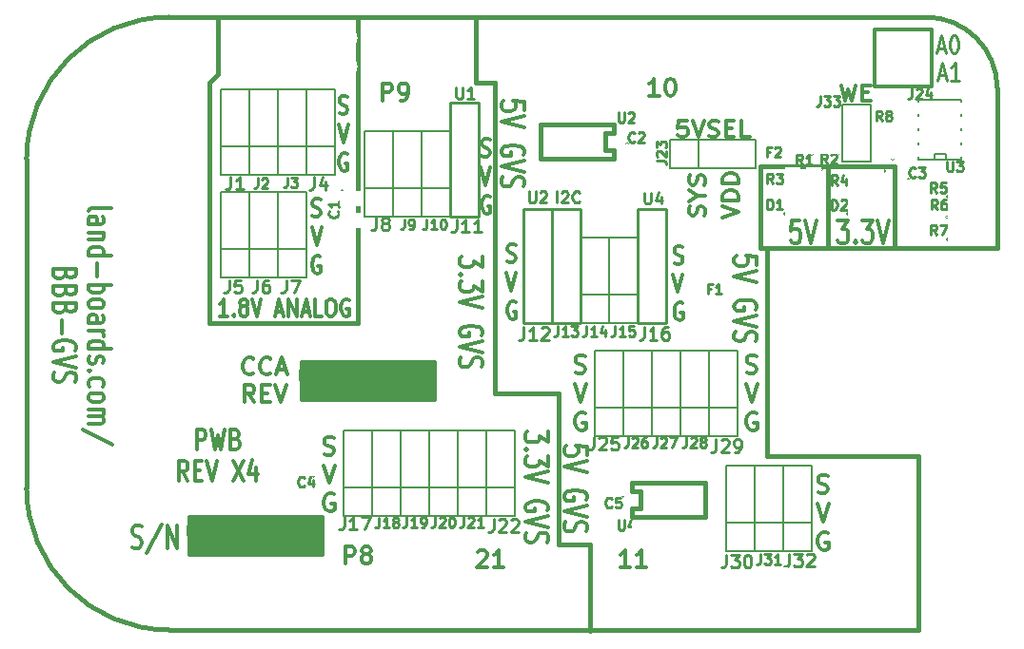
<source format=gto>
G04 (created by PCBNEW (2013-05-31 BZR 4019)-stable) date 8/17/2014 5:11:29 PM*
%MOIN*%
G04 Gerber Fmt 3.4, Leading zero omitted, Abs format*
%FSLAX34Y34*%
G01*
G70*
G90*
G04 APERTURE LIST*
%ADD10C,0.00590551*%
%ADD11C,0.012*%
%ADD12C,0.015*%
%ADD13C,0.00984252*%
%ADD14C,0.0099*%
%ADD15C,0.005*%
%ADD16C,0.0039*%
%ADD17C,0.01*%
%ADD18C,0.006*%
%ADD19C,0.025*%
%ADD20C,0.00875*%
%ADD21R,0.0298425X0.0810236*%
%ADD22R,0.1X0.08*%
%ADD23R,0.075X0.055*%
%ADD24R,0.055X0.075*%
%ADD25R,0.08X0.08*%
%ADD26C,0.08*%
%ADD27C,0.11811*%
%ADD28C,0.2*%
%ADD29R,0.085X0.085*%
%ADD30C,0.0712*%
%ADD31R,0.085X0.0436*%
G04 APERTURE END LIST*
G54D10*
G54D11*
X22158Y-2760D02*
X21816Y-2760D01*
X21987Y-2760D02*
X21987Y-2160D01*
X21930Y-2246D01*
X21873Y-2303D01*
X21816Y-2332D01*
X22530Y-2160D02*
X22587Y-2160D01*
X22644Y-2189D01*
X22673Y-2217D01*
X22701Y-2274D01*
X22730Y-2389D01*
X22730Y-2532D01*
X22701Y-2646D01*
X22673Y-2703D01*
X22644Y-2732D01*
X22587Y-2760D01*
X22530Y-2760D01*
X22473Y-2732D01*
X22444Y-2703D01*
X22416Y-2646D01*
X22387Y-2532D01*
X22387Y-2389D01*
X22416Y-2274D01*
X22444Y-2217D01*
X22473Y-2189D01*
X22530Y-2160D01*
X11161Y-19177D02*
X11161Y-18577D01*
X11389Y-18577D01*
X11446Y-18606D01*
X11475Y-18635D01*
X11503Y-18692D01*
X11503Y-18777D01*
X11475Y-18835D01*
X11446Y-18863D01*
X11389Y-18892D01*
X11161Y-18892D01*
X11846Y-18835D02*
X11789Y-18806D01*
X11761Y-18777D01*
X11732Y-18720D01*
X11732Y-18692D01*
X11761Y-18635D01*
X11789Y-18606D01*
X11846Y-18577D01*
X11961Y-18577D01*
X12018Y-18606D01*
X12046Y-18635D01*
X12075Y-18692D01*
X12075Y-18720D01*
X12046Y-18777D01*
X12018Y-18806D01*
X11961Y-18835D01*
X11846Y-18835D01*
X11789Y-18863D01*
X11761Y-18892D01*
X11732Y-18949D01*
X11732Y-19063D01*
X11761Y-19120D01*
X11789Y-19149D01*
X11846Y-19177D01*
X11961Y-19177D01*
X12018Y-19149D01*
X12046Y-19120D01*
X12075Y-19063D01*
X12075Y-18949D01*
X12046Y-18892D01*
X12018Y-18863D01*
X11961Y-18835D01*
X12460Y-2918D02*
X12460Y-2318D01*
X12688Y-2318D01*
X12746Y-2346D01*
X12774Y-2375D01*
X12803Y-2432D01*
X12803Y-2518D01*
X12774Y-2575D01*
X12746Y-2603D01*
X12688Y-2632D01*
X12460Y-2632D01*
X13088Y-2918D02*
X13203Y-2918D01*
X13260Y-2889D01*
X13288Y-2860D01*
X13346Y-2775D01*
X13374Y-2660D01*
X13374Y-2432D01*
X13346Y-2375D01*
X13317Y-2346D01*
X13260Y-2318D01*
X13146Y-2318D01*
X13088Y-2346D01*
X13060Y-2375D01*
X13031Y-2432D01*
X13031Y-2575D01*
X13060Y-2632D01*
X13088Y-2660D01*
X13146Y-2689D01*
X13260Y-2689D01*
X13317Y-2660D01*
X13346Y-2632D01*
X13374Y-2575D01*
X21135Y-19296D02*
X20792Y-19296D01*
X20963Y-19296D02*
X20963Y-18696D01*
X20906Y-18781D01*
X20849Y-18838D01*
X20792Y-18867D01*
X21706Y-19296D02*
X21363Y-19296D01*
X21535Y-19296D02*
X21535Y-18696D01*
X21478Y-18781D01*
X21421Y-18838D01*
X21363Y-18867D01*
X15792Y-18753D02*
X15821Y-18724D01*
X15878Y-18696D01*
X16021Y-18696D01*
X16078Y-18724D01*
X16106Y-18753D01*
X16135Y-18810D01*
X16135Y-18867D01*
X16106Y-18953D01*
X15763Y-19296D01*
X16135Y-19296D01*
X16706Y-19296D02*
X16363Y-19296D01*
X16535Y-19296D02*
X16535Y-18696D01*
X16478Y-18781D01*
X16421Y-18838D01*
X16363Y-18867D01*
X23130Y-3647D02*
X22844Y-3647D01*
X22816Y-3908D01*
X22844Y-3882D01*
X22902Y-3856D01*
X23044Y-3856D01*
X23102Y-3882D01*
X23130Y-3908D01*
X23159Y-3961D01*
X23159Y-4092D01*
X23130Y-4144D01*
X23102Y-4170D01*
X23044Y-4197D01*
X22902Y-4197D01*
X22844Y-4170D01*
X22816Y-4144D01*
X23330Y-3647D02*
X23530Y-4197D01*
X23730Y-3647D01*
X23902Y-4170D02*
X23987Y-4197D01*
X24130Y-4197D01*
X24187Y-4170D01*
X24216Y-4144D01*
X24244Y-4092D01*
X24244Y-4039D01*
X24216Y-3987D01*
X24187Y-3961D01*
X24130Y-3935D01*
X24016Y-3908D01*
X23959Y-3882D01*
X23930Y-3856D01*
X23902Y-3804D01*
X23902Y-3751D01*
X23930Y-3699D01*
X23959Y-3673D01*
X24016Y-3647D01*
X24159Y-3647D01*
X24244Y-3673D01*
X24502Y-3908D02*
X24702Y-3908D01*
X24787Y-4197D02*
X24502Y-4197D01*
X24502Y-3647D01*
X24787Y-3647D01*
X25330Y-4197D02*
X25044Y-4197D01*
X25044Y-3647D01*
X24386Y-7018D02*
X24936Y-6818D01*
X24386Y-6618D01*
X24936Y-6418D02*
X24386Y-6418D01*
X24386Y-6275D01*
X24412Y-6189D01*
X24465Y-6132D01*
X24517Y-6104D01*
X24622Y-6075D01*
X24701Y-6075D01*
X24805Y-6104D01*
X24858Y-6132D01*
X24910Y-6189D01*
X24936Y-6275D01*
X24936Y-6418D01*
X24936Y-5818D02*
X24386Y-5818D01*
X24386Y-5675D01*
X24412Y-5589D01*
X24465Y-5532D01*
X24517Y-5504D01*
X24622Y-5475D01*
X24701Y-5475D01*
X24805Y-5504D01*
X24858Y-5532D01*
X24910Y-5589D01*
X24936Y-5675D01*
X24936Y-5818D01*
X23729Y-6972D02*
X23755Y-6886D01*
X23755Y-6743D01*
X23729Y-6686D01*
X23703Y-6657D01*
X23650Y-6629D01*
X23598Y-6629D01*
X23546Y-6657D01*
X23519Y-6686D01*
X23493Y-6743D01*
X23467Y-6857D01*
X23441Y-6915D01*
X23415Y-6943D01*
X23362Y-6972D01*
X23310Y-6972D01*
X23258Y-6943D01*
X23231Y-6915D01*
X23205Y-6857D01*
X23205Y-6715D01*
X23231Y-6629D01*
X23493Y-6257D02*
X23755Y-6257D01*
X23205Y-6457D02*
X23493Y-6257D01*
X23205Y-6057D01*
X23729Y-5886D02*
X23755Y-5800D01*
X23755Y-5657D01*
X23729Y-5600D01*
X23703Y-5572D01*
X23650Y-5543D01*
X23598Y-5543D01*
X23546Y-5572D01*
X23519Y-5600D01*
X23493Y-5657D01*
X23467Y-5772D01*
X23441Y-5829D01*
X23415Y-5857D01*
X23362Y-5886D01*
X23310Y-5886D01*
X23258Y-5857D01*
X23231Y-5829D01*
X23205Y-5772D01*
X23205Y-5629D01*
X23231Y-5543D01*
X28527Y-2386D02*
X28670Y-2936D01*
X28784Y-2543D01*
X28898Y-2936D01*
X29041Y-2386D01*
X29270Y-2648D02*
X29470Y-2648D01*
X29556Y-2936D02*
X29270Y-2936D01*
X29270Y-2386D01*
X29556Y-2386D01*
G54D12*
X25700Y-8100D02*
X25950Y-8100D01*
X25700Y-5250D02*
X25700Y-8100D01*
X28150Y-5250D02*
X25700Y-5250D01*
X28071Y-5250D02*
X28071Y-8100D01*
X30400Y-5250D02*
X28150Y-5250D01*
X30400Y-8000D02*
X30400Y-5250D01*
X18650Y-13200D02*
X16400Y-13200D01*
X16400Y-2300D02*
X16400Y-13200D01*
X16150Y-2300D02*
X16400Y-2300D01*
X15750Y-2300D02*
X15750Y-50D01*
X16300Y-2300D02*
X15750Y-2300D01*
G54D11*
X10421Y-15323D02*
X10510Y-15352D01*
X10659Y-15352D01*
X10719Y-15323D01*
X10748Y-15293D01*
X10778Y-15233D01*
X10778Y-15174D01*
X10748Y-15114D01*
X10719Y-15085D01*
X10659Y-15055D01*
X10540Y-15025D01*
X10480Y-14995D01*
X10451Y-14966D01*
X10421Y-14906D01*
X10421Y-14847D01*
X10451Y-14787D01*
X10480Y-14757D01*
X10540Y-14727D01*
X10689Y-14727D01*
X10778Y-14757D01*
X10391Y-15722D02*
X10600Y-16347D01*
X10808Y-15722D01*
X10763Y-16747D02*
X10704Y-16717D01*
X10614Y-16717D01*
X10525Y-16747D01*
X10466Y-16807D01*
X10436Y-16866D01*
X10406Y-16985D01*
X10406Y-17075D01*
X10436Y-17194D01*
X10466Y-17253D01*
X10525Y-17313D01*
X10614Y-17342D01*
X10674Y-17342D01*
X10763Y-17313D01*
X10793Y-17283D01*
X10793Y-17075D01*
X10674Y-17075D01*
X19221Y-12473D02*
X19310Y-12502D01*
X19459Y-12502D01*
X19519Y-12473D01*
X19548Y-12443D01*
X19578Y-12383D01*
X19578Y-12324D01*
X19548Y-12264D01*
X19519Y-12235D01*
X19459Y-12205D01*
X19340Y-12175D01*
X19280Y-12145D01*
X19251Y-12116D01*
X19221Y-12056D01*
X19221Y-11997D01*
X19251Y-11937D01*
X19280Y-11907D01*
X19340Y-11877D01*
X19489Y-11877D01*
X19578Y-11907D01*
X19191Y-12872D02*
X19400Y-13497D01*
X19608Y-12872D01*
X19563Y-13897D02*
X19504Y-13867D01*
X19414Y-13867D01*
X19325Y-13897D01*
X19266Y-13957D01*
X19236Y-14016D01*
X19206Y-14135D01*
X19206Y-14225D01*
X19236Y-14344D01*
X19266Y-14403D01*
X19325Y-14463D01*
X19414Y-14492D01*
X19474Y-14492D01*
X19563Y-14463D01*
X19593Y-14433D01*
X19593Y-14225D01*
X19474Y-14225D01*
X25221Y-12473D02*
X25310Y-12502D01*
X25459Y-12502D01*
X25519Y-12473D01*
X25548Y-12443D01*
X25578Y-12383D01*
X25578Y-12324D01*
X25548Y-12264D01*
X25519Y-12235D01*
X25459Y-12205D01*
X25340Y-12175D01*
X25280Y-12145D01*
X25251Y-12116D01*
X25221Y-12056D01*
X25221Y-11997D01*
X25251Y-11937D01*
X25280Y-11907D01*
X25340Y-11877D01*
X25489Y-11877D01*
X25578Y-11907D01*
X25191Y-12872D02*
X25400Y-13497D01*
X25608Y-12872D01*
X25563Y-13897D02*
X25504Y-13867D01*
X25414Y-13867D01*
X25325Y-13897D01*
X25266Y-13957D01*
X25236Y-14016D01*
X25206Y-14135D01*
X25206Y-14225D01*
X25236Y-14344D01*
X25266Y-14403D01*
X25325Y-14463D01*
X25414Y-14492D01*
X25474Y-14492D01*
X25563Y-14463D01*
X25593Y-14433D01*
X25593Y-14225D01*
X25474Y-14225D01*
G54D13*
X15050Y-2465D02*
X15050Y-2784D01*
X15068Y-2821D01*
X15087Y-2840D01*
X15125Y-2859D01*
X15200Y-2859D01*
X15237Y-2840D01*
X15256Y-2821D01*
X15275Y-2784D01*
X15275Y-2465D01*
X15668Y-2859D02*
X15443Y-2859D01*
X15556Y-2859D02*
X15556Y-2465D01*
X15518Y-2521D01*
X15481Y-2559D01*
X15443Y-2578D01*
G54D12*
X11600Y-10750D02*
X6450Y-10750D01*
X11600Y-2300D02*
X11600Y-10750D01*
X11600Y0D02*
X11650Y0D01*
X11600Y-2300D02*
X11600Y0D01*
X6700Y0D02*
X6750Y0D01*
X6700Y-2000D02*
X6700Y0D01*
X6400Y-2300D02*
X6700Y-2000D01*
X18650Y-18500D02*
X18650Y-13200D01*
X19750Y-18500D02*
X18650Y-18500D01*
X19750Y-21550D02*
X19750Y-18500D01*
G54D11*
X28414Y-7123D02*
X28785Y-7123D01*
X28585Y-7428D01*
X28671Y-7428D01*
X28728Y-7466D01*
X28757Y-7504D01*
X28785Y-7580D01*
X28785Y-7771D01*
X28757Y-7847D01*
X28728Y-7885D01*
X28671Y-7923D01*
X28500Y-7923D01*
X28442Y-7885D01*
X28414Y-7847D01*
X29042Y-7847D02*
X29071Y-7885D01*
X29042Y-7923D01*
X29014Y-7885D01*
X29042Y-7847D01*
X29042Y-7923D01*
X29271Y-7123D02*
X29642Y-7123D01*
X29442Y-7428D01*
X29528Y-7428D01*
X29585Y-7466D01*
X29614Y-7504D01*
X29642Y-7580D01*
X29642Y-7771D01*
X29614Y-7847D01*
X29585Y-7885D01*
X29528Y-7923D01*
X29357Y-7923D01*
X29300Y-7885D01*
X29271Y-7847D01*
X29814Y-7123D02*
X30014Y-7923D01*
X30214Y-7123D01*
X27085Y-7123D02*
X26800Y-7123D01*
X26771Y-7504D01*
X26800Y-7466D01*
X26857Y-7428D01*
X27000Y-7428D01*
X27057Y-7466D01*
X27085Y-7504D01*
X27114Y-7580D01*
X27114Y-7771D01*
X27085Y-7847D01*
X27057Y-7885D01*
X27000Y-7923D01*
X26857Y-7923D01*
X26800Y-7885D01*
X26771Y-7847D01*
X27285Y-7123D02*
X27485Y-7923D01*
X27685Y-7123D01*
X5966Y-15183D02*
X5966Y-14483D01*
X6176Y-14483D01*
X6228Y-14516D01*
X6254Y-14550D01*
X6280Y-14616D01*
X6280Y-14716D01*
X6254Y-14783D01*
X6228Y-14816D01*
X6176Y-14850D01*
X5966Y-14850D01*
X6464Y-14483D02*
X6595Y-15183D01*
X6700Y-14683D01*
X6804Y-15183D01*
X6935Y-14483D01*
X7328Y-14816D02*
X7407Y-14850D01*
X7433Y-14883D01*
X7459Y-14950D01*
X7459Y-15050D01*
X7433Y-15116D01*
X7407Y-15150D01*
X7354Y-15183D01*
X7145Y-15183D01*
X7145Y-14483D01*
X7328Y-14483D01*
X7380Y-14516D01*
X7407Y-14550D01*
X7433Y-14616D01*
X7433Y-14683D01*
X7407Y-14750D01*
X7380Y-14783D01*
X7328Y-14816D01*
X7145Y-14816D01*
X5652Y-16283D02*
X5469Y-15950D01*
X5338Y-16283D02*
X5338Y-15583D01*
X5547Y-15583D01*
X5600Y-15616D01*
X5626Y-15650D01*
X5652Y-15716D01*
X5652Y-15816D01*
X5626Y-15883D01*
X5600Y-15916D01*
X5547Y-15950D01*
X5338Y-15950D01*
X5888Y-15916D02*
X6071Y-15916D01*
X6150Y-16283D02*
X5888Y-16283D01*
X5888Y-15583D01*
X6150Y-15583D01*
X6307Y-15583D02*
X6490Y-16283D01*
X6673Y-15583D01*
X7223Y-15583D02*
X7590Y-16283D01*
X7590Y-15583D02*
X7223Y-16283D01*
X8035Y-15816D02*
X8035Y-16283D01*
X7904Y-15550D02*
X7773Y-16050D01*
X8114Y-16050D01*
X25584Y-8694D02*
X25584Y-8408D01*
X25203Y-8379D01*
X25241Y-8408D01*
X25279Y-8465D01*
X25279Y-8608D01*
X25241Y-8665D01*
X25203Y-8694D01*
X25126Y-8722D01*
X24936Y-8722D01*
X24860Y-8694D01*
X24822Y-8665D01*
X24784Y-8608D01*
X24784Y-8465D01*
X24822Y-8408D01*
X24860Y-8379D01*
X25584Y-8894D02*
X24784Y-9094D01*
X25584Y-9294D01*
X25545Y-10265D02*
X25584Y-10208D01*
X25584Y-10122D01*
X25545Y-10037D01*
X25469Y-9979D01*
X25393Y-9951D01*
X25241Y-9922D01*
X25126Y-9922D01*
X24974Y-9951D01*
X24898Y-9979D01*
X24822Y-10037D01*
X24784Y-10122D01*
X24784Y-10179D01*
X24822Y-10265D01*
X24860Y-10294D01*
X25126Y-10294D01*
X25126Y-10179D01*
X25584Y-10465D02*
X24784Y-10665D01*
X25584Y-10865D01*
X24822Y-11037D02*
X24784Y-11122D01*
X24784Y-11265D01*
X24822Y-11322D01*
X24860Y-11351D01*
X24936Y-11379D01*
X25012Y-11379D01*
X25088Y-11351D01*
X25126Y-11322D01*
X25165Y-11265D01*
X25203Y-11151D01*
X25241Y-11094D01*
X25279Y-11065D01*
X25355Y-11037D01*
X25431Y-11037D01*
X25507Y-11065D01*
X25545Y-11094D01*
X25584Y-11151D01*
X25584Y-11294D01*
X25545Y-11379D01*
X15945Y-4873D02*
X16016Y-4902D01*
X16135Y-4902D01*
X16183Y-4873D01*
X16207Y-4843D01*
X16230Y-4783D01*
X16230Y-4724D01*
X16207Y-4664D01*
X16183Y-4635D01*
X16135Y-4605D01*
X16040Y-4575D01*
X15992Y-4545D01*
X15969Y-4516D01*
X15945Y-4456D01*
X15945Y-4397D01*
X15969Y-4337D01*
X15992Y-4307D01*
X16040Y-4277D01*
X16159Y-4277D01*
X16230Y-4307D01*
X15897Y-5272D02*
X16064Y-5897D01*
X16230Y-5272D01*
X16230Y-6297D02*
X16183Y-6267D01*
X16111Y-6267D01*
X16040Y-6297D01*
X15992Y-6357D01*
X15969Y-6416D01*
X15945Y-6535D01*
X15945Y-6625D01*
X15969Y-6744D01*
X15992Y-6803D01*
X16040Y-6863D01*
X16111Y-6892D01*
X16159Y-6892D01*
X16230Y-6863D01*
X16254Y-6833D01*
X16254Y-6625D01*
X16159Y-6625D01*
X18276Y-14542D02*
X18276Y-14914D01*
X17971Y-14714D01*
X17971Y-14799D01*
X17933Y-14857D01*
X17895Y-14885D01*
X17819Y-14914D01*
X17628Y-14914D01*
X17552Y-14885D01*
X17514Y-14857D01*
X17476Y-14799D01*
X17476Y-14628D01*
X17514Y-14571D01*
X17552Y-14542D01*
X17552Y-15171D02*
X17514Y-15200D01*
X17476Y-15171D01*
X17514Y-15142D01*
X17552Y-15171D01*
X17476Y-15171D01*
X18276Y-15399D02*
X18276Y-15771D01*
X17971Y-15571D01*
X17971Y-15657D01*
X17933Y-15714D01*
X17895Y-15742D01*
X17819Y-15771D01*
X17628Y-15771D01*
X17552Y-15742D01*
X17514Y-15714D01*
X17476Y-15657D01*
X17476Y-15485D01*
X17514Y-15428D01*
X17552Y-15399D01*
X18276Y-15942D02*
X17476Y-16142D01*
X18276Y-16342D01*
X18238Y-17314D02*
X18276Y-17257D01*
X18276Y-17171D01*
X18238Y-17085D01*
X18161Y-17028D01*
X18085Y-17000D01*
X17933Y-16971D01*
X17819Y-16971D01*
X17666Y-17000D01*
X17590Y-17028D01*
X17514Y-17085D01*
X17476Y-17171D01*
X17476Y-17228D01*
X17514Y-17314D01*
X17552Y-17342D01*
X17819Y-17342D01*
X17819Y-17228D01*
X18276Y-17514D02*
X17476Y-17714D01*
X18276Y-17914D01*
X17514Y-18085D02*
X17476Y-18171D01*
X17476Y-18314D01*
X17514Y-18371D01*
X17552Y-18400D01*
X17628Y-18428D01*
X17704Y-18428D01*
X17780Y-18400D01*
X17819Y-18371D01*
X17857Y-18314D01*
X17895Y-18200D01*
X17933Y-18142D01*
X17971Y-18114D01*
X18047Y-18085D01*
X18123Y-18085D01*
X18200Y-18114D01*
X18238Y-18142D01*
X18276Y-18200D01*
X18276Y-18342D01*
X18238Y-18428D01*
X17434Y-3261D02*
X17434Y-2975D01*
X17053Y-2946D01*
X17091Y-2975D01*
X17129Y-3032D01*
X17129Y-3175D01*
X17091Y-3232D01*
X17053Y-3261D01*
X16977Y-3289D01*
X16786Y-3289D01*
X16710Y-3261D01*
X16672Y-3232D01*
X16634Y-3175D01*
X16634Y-3032D01*
X16672Y-2975D01*
X16710Y-2946D01*
X17434Y-3461D02*
X16634Y-3661D01*
X17434Y-3861D01*
X17396Y-4832D02*
X17434Y-4775D01*
X17434Y-4689D01*
X17396Y-4603D01*
X17320Y-4546D01*
X17243Y-4518D01*
X17091Y-4489D01*
X16977Y-4489D01*
X16824Y-4518D01*
X16748Y-4546D01*
X16672Y-4603D01*
X16634Y-4689D01*
X16634Y-4746D01*
X16672Y-4832D01*
X16710Y-4861D01*
X16977Y-4861D01*
X16977Y-4746D01*
X17434Y-5032D02*
X16634Y-5232D01*
X17434Y-5432D01*
X16672Y-5603D02*
X16634Y-5689D01*
X16634Y-5832D01*
X16672Y-5889D01*
X16710Y-5918D01*
X16786Y-5946D01*
X16863Y-5946D01*
X16939Y-5918D01*
X16977Y-5889D01*
X17015Y-5832D01*
X17053Y-5718D01*
X17091Y-5661D01*
X17129Y-5632D01*
X17205Y-5603D01*
X17282Y-5603D01*
X17358Y-5632D01*
X17396Y-5661D01*
X17434Y-5718D01*
X17434Y-5861D01*
X17396Y-5946D01*
X15977Y-8395D02*
X15977Y-8766D01*
X15673Y-8566D01*
X15673Y-8652D01*
X15634Y-8709D01*
X15596Y-8738D01*
X15520Y-8766D01*
X15330Y-8766D01*
X15253Y-8738D01*
X15215Y-8709D01*
X15177Y-8652D01*
X15177Y-8480D01*
X15215Y-8423D01*
X15253Y-8395D01*
X15253Y-9023D02*
X15215Y-9052D01*
X15177Y-9023D01*
X15215Y-8995D01*
X15253Y-9023D01*
X15177Y-9023D01*
X15977Y-9252D02*
X15977Y-9623D01*
X15673Y-9423D01*
X15673Y-9509D01*
X15634Y-9566D01*
X15596Y-9595D01*
X15520Y-9623D01*
X15330Y-9623D01*
X15253Y-9595D01*
X15215Y-9566D01*
X15177Y-9509D01*
X15177Y-9338D01*
X15215Y-9280D01*
X15253Y-9252D01*
X15977Y-9795D02*
X15177Y-9995D01*
X15977Y-10195D01*
X15939Y-11166D02*
X15977Y-11109D01*
X15977Y-11023D01*
X15939Y-10938D01*
X15863Y-10880D01*
X15787Y-10852D01*
X15634Y-10823D01*
X15520Y-10823D01*
X15368Y-10852D01*
X15292Y-10880D01*
X15215Y-10938D01*
X15177Y-11023D01*
X15177Y-11080D01*
X15215Y-11166D01*
X15253Y-11195D01*
X15520Y-11195D01*
X15520Y-11080D01*
X15977Y-11366D02*
X15177Y-11566D01*
X15977Y-11766D01*
X15215Y-11938D02*
X15177Y-12023D01*
X15177Y-12166D01*
X15215Y-12223D01*
X15253Y-12252D01*
X15330Y-12280D01*
X15406Y-12280D01*
X15482Y-12252D01*
X15520Y-12223D01*
X15558Y-12166D01*
X15596Y-12052D01*
X15634Y-11995D01*
X15673Y-11966D01*
X15749Y-11938D01*
X15825Y-11938D01*
X15901Y-11966D01*
X15939Y-11995D01*
X15977Y-12052D01*
X15977Y-12195D01*
X15939Y-12280D01*
X19626Y-15364D02*
X19626Y-15078D01*
X19245Y-15050D01*
X19283Y-15078D01*
X19321Y-15135D01*
X19321Y-15278D01*
X19283Y-15335D01*
X19245Y-15364D01*
X19169Y-15392D01*
X18978Y-15392D01*
X18902Y-15364D01*
X18864Y-15335D01*
X18826Y-15278D01*
X18826Y-15135D01*
X18864Y-15078D01*
X18902Y-15050D01*
X19626Y-15564D02*
X18826Y-15764D01*
X19626Y-15964D01*
X19588Y-16935D02*
X19626Y-16878D01*
X19626Y-16792D01*
X19588Y-16707D01*
X19511Y-16650D01*
X19435Y-16621D01*
X19283Y-16592D01*
X19169Y-16592D01*
X19016Y-16621D01*
X18940Y-16650D01*
X18864Y-16707D01*
X18826Y-16792D01*
X18826Y-16850D01*
X18864Y-16935D01*
X18902Y-16964D01*
X19169Y-16964D01*
X19169Y-16850D01*
X19626Y-17135D02*
X18826Y-17335D01*
X19626Y-17535D01*
X18864Y-17707D02*
X18826Y-17792D01*
X18826Y-17935D01*
X18864Y-17992D01*
X18902Y-18021D01*
X18978Y-18050D01*
X19054Y-18050D01*
X19130Y-18021D01*
X19169Y-17992D01*
X19207Y-17935D01*
X19245Y-17821D01*
X19283Y-17764D01*
X19321Y-17735D01*
X19397Y-17707D01*
X19473Y-17707D01*
X19550Y-17735D01*
X19588Y-17764D01*
X19626Y-17821D01*
X19626Y-17964D01*
X19588Y-18050D01*
X3700Y-18585D02*
X3785Y-18623D01*
X3928Y-18623D01*
X3985Y-18585D01*
X4014Y-18547D01*
X4042Y-18471D01*
X4042Y-18395D01*
X4014Y-18319D01*
X3985Y-18280D01*
X3928Y-18242D01*
X3814Y-18204D01*
X3757Y-18166D01*
X3728Y-18128D01*
X3700Y-18052D01*
X3700Y-17976D01*
X3728Y-17900D01*
X3757Y-17861D01*
X3814Y-17823D01*
X3957Y-17823D01*
X4042Y-17861D01*
X4728Y-17785D02*
X4214Y-18814D01*
X4928Y-18623D02*
X4928Y-17823D01*
X5271Y-18623D01*
X5271Y-17823D01*
G54D13*
X17600Y-6115D02*
X17600Y-6434D01*
X17618Y-6471D01*
X17637Y-6490D01*
X17675Y-6509D01*
X17750Y-6509D01*
X17787Y-6490D01*
X17806Y-6471D01*
X17825Y-6434D01*
X17825Y-6115D01*
X17993Y-6153D02*
X18012Y-6134D01*
X18049Y-6115D01*
X18143Y-6115D01*
X18181Y-6134D01*
X18199Y-6153D01*
X18218Y-6190D01*
X18218Y-6228D01*
X18199Y-6284D01*
X17974Y-6509D01*
X18218Y-6509D01*
G54D11*
X16845Y-8573D02*
X16916Y-8602D01*
X17035Y-8602D01*
X17083Y-8573D01*
X17107Y-8543D01*
X17130Y-8483D01*
X17130Y-8424D01*
X17107Y-8364D01*
X17083Y-8335D01*
X17035Y-8305D01*
X16940Y-8275D01*
X16892Y-8245D01*
X16869Y-8216D01*
X16845Y-8156D01*
X16845Y-8097D01*
X16869Y-8037D01*
X16892Y-8007D01*
X16940Y-7977D01*
X17059Y-7977D01*
X17130Y-8007D01*
X16797Y-8972D02*
X16964Y-9597D01*
X17130Y-8972D01*
X17130Y-9997D02*
X17083Y-9967D01*
X17011Y-9967D01*
X16940Y-9997D01*
X16892Y-10057D01*
X16869Y-10116D01*
X16845Y-10235D01*
X16845Y-10325D01*
X16869Y-10444D01*
X16892Y-10503D01*
X16940Y-10563D01*
X17011Y-10592D01*
X17059Y-10592D01*
X17130Y-10563D01*
X17154Y-10533D01*
X17154Y-10325D01*
X17059Y-10325D01*
X7953Y-12485D02*
X7925Y-12514D01*
X7839Y-12542D01*
X7782Y-12542D01*
X7696Y-12514D01*
X7639Y-12457D01*
X7610Y-12400D01*
X7582Y-12285D01*
X7582Y-12200D01*
X7610Y-12085D01*
X7639Y-12028D01*
X7696Y-11971D01*
X7782Y-11942D01*
X7839Y-11942D01*
X7925Y-11971D01*
X7953Y-12000D01*
X8553Y-12485D02*
X8525Y-12514D01*
X8439Y-12542D01*
X8382Y-12542D01*
X8296Y-12514D01*
X8239Y-12457D01*
X8210Y-12400D01*
X8182Y-12285D01*
X8182Y-12200D01*
X8210Y-12085D01*
X8239Y-12028D01*
X8296Y-11971D01*
X8382Y-11942D01*
X8439Y-11942D01*
X8525Y-11971D01*
X8553Y-12000D01*
X8782Y-12371D02*
X9067Y-12371D01*
X8725Y-12542D02*
X8925Y-11942D01*
X9125Y-12542D01*
X7982Y-13502D02*
X7782Y-13217D01*
X7639Y-13502D02*
X7639Y-12902D01*
X7867Y-12902D01*
X7925Y-12931D01*
X7953Y-12960D01*
X7982Y-13017D01*
X7982Y-13102D01*
X7953Y-13160D01*
X7925Y-13188D01*
X7867Y-13217D01*
X7639Y-13217D01*
X8239Y-13188D02*
X8439Y-13188D01*
X8525Y-13502D02*
X8239Y-13502D01*
X8239Y-12902D01*
X8525Y-12902D01*
X8696Y-12902D02*
X8896Y-13502D01*
X9096Y-12902D01*
X27721Y-16673D02*
X27810Y-16702D01*
X27959Y-16702D01*
X28019Y-16673D01*
X28048Y-16643D01*
X28078Y-16583D01*
X28078Y-16524D01*
X28048Y-16464D01*
X28019Y-16435D01*
X27959Y-16405D01*
X27840Y-16375D01*
X27780Y-16345D01*
X27751Y-16316D01*
X27721Y-16256D01*
X27721Y-16197D01*
X27751Y-16137D01*
X27780Y-16107D01*
X27840Y-16077D01*
X27989Y-16077D01*
X28078Y-16107D01*
X27691Y-17072D02*
X27900Y-17697D01*
X28108Y-17072D01*
X28063Y-18097D02*
X28004Y-18067D01*
X27914Y-18067D01*
X27825Y-18097D01*
X27766Y-18157D01*
X27736Y-18216D01*
X27706Y-18335D01*
X27706Y-18425D01*
X27736Y-18544D01*
X27766Y-18603D01*
X27825Y-18663D01*
X27914Y-18692D01*
X27974Y-18692D01*
X28063Y-18663D01*
X28093Y-18633D01*
X28093Y-18425D01*
X27974Y-18425D01*
X2176Y-6785D02*
X2214Y-6728D01*
X2290Y-6700D01*
X2976Y-6700D01*
X2176Y-7271D02*
X2595Y-7271D01*
X2671Y-7242D01*
X2709Y-7185D01*
X2709Y-7071D01*
X2671Y-7014D01*
X2214Y-7271D02*
X2176Y-7214D01*
X2176Y-7071D01*
X2214Y-7014D01*
X2290Y-6985D01*
X2366Y-6985D01*
X2442Y-7014D01*
X2480Y-7071D01*
X2480Y-7214D01*
X2519Y-7271D01*
X2709Y-7557D02*
X2176Y-7557D01*
X2633Y-7557D02*
X2671Y-7585D01*
X2709Y-7642D01*
X2709Y-7728D01*
X2671Y-7785D01*
X2595Y-7814D01*
X2176Y-7814D01*
X2176Y-8357D02*
X2976Y-8357D01*
X2214Y-8357D02*
X2176Y-8300D01*
X2176Y-8185D01*
X2214Y-8128D01*
X2252Y-8100D01*
X2328Y-8071D01*
X2557Y-8071D01*
X2633Y-8100D01*
X2671Y-8128D01*
X2709Y-8185D01*
X2709Y-8300D01*
X2671Y-8357D01*
X2480Y-8642D02*
X2480Y-9100D01*
X2176Y-9385D02*
X2976Y-9385D01*
X2671Y-9385D02*
X2709Y-9442D01*
X2709Y-9557D01*
X2671Y-9614D01*
X2633Y-9642D01*
X2557Y-9671D01*
X2328Y-9671D01*
X2252Y-9642D01*
X2214Y-9614D01*
X2176Y-9557D01*
X2176Y-9442D01*
X2214Y-9385D01*
X2176Y-10014D02*
X2214Y-9957D01*
X2252Y-9928D01*
X2328Y-9900D01*
X2557Y-9900D01*
X2633Y-9928D01*
X2671Y-9957D01*
X2709Y-10014D01*
X2709Y-10100D01*
X2671Y-10157D01*
X2633Y-10185D01*
X2557Y-10214D01*
X2328Y-10214D01*
X2252Y-10185D01*
X2214Y-10157D01*
X2176Y-10100D01*
X2176Y-10014D01*
X2176Y-10728D02*
X2595Y-10728D01*
X2671Y-10700D01*
X2709Y-10642D01*
X2709Y-10528D01*
X2671Y-10471D01*
X2214Y-10728D02*
X2176Y-10671D01*
X2176Y-10528D01*
X2214Y-10471D01*
X2290Y-10442D01*
X2366Y-10442D01*
X2442Y-10471D01*
X2480Y-10528D01*
X2480Y-10671D01*
X2519Y-10728D01*
X2176Y-11014D02*
X2709Y-11014D01*
X2557Y-11014D02*
X2633Y-11042D01*
X2671Y-11071D01*
X2709Y-11128D01*
X2709Y-11185D01*
X2176Y-11642D02*
X2976Y-11642D01*
X2214Y-11642D02*
X2176Y-11585D01*
X2176Y-11471D01*
X2214Y-11414D01*
X2252Y-11385D01*
X2328Y-11357D01*
X2557Y-11357D01*
X2633Y-11385D01*
X2671Y-11414D01*
X2709Y-11471D01*
X2709Y-11585D01*
X2671Y-11642D01*
X2214Y-11900D02*
X2176Y-11957D01*
X2176Y-12071D01*
X2214Y-12128D01*
X2290Y-12157D01*
X2328Y-12157D01*
X2404Y-12128D01*
X2442Y-12071D01*
X2442Y-11985D01*
X2480Y-11928D01*
X2557Y-11900D01*
X2595Y-11900D01*
X2671Y-11928D01*
X2709Y-11985D01*
X2709Y-12071D01*
X2671Y-12128D01*
X2252Y-12414D02*
X2214Y-12442D01*
X2176Y-12414D01*
X2214Y-12385D01*
X2252Y-12414D01*
X2176Y-12414D01*
X2214Y-12957D02*
X2176Y-12900D01*
X2176Y-12785D01*
X2214Y-12728D01*
X2252Y-12700D01*
X2328Y-12671D01*
X2557Y-12671D01*
X2633Y-12700D01*
X2671Y-12728D01*
X2709Y-12785D01*
X2709Y-12900D01*
X2671Y-12957D01*
X2176Y-13300D02*
X2214Y-13242D01*
X2252Y-13214D01*
X2328Y-13185D01*
X2557Y-13185D01*
X2633Y-13214D01*
X2671Y-13242D01*
X2709Y-13300D01*
X2709Y-13385D01*
X2671Y-13442D01*
X2633Y-13471D01*
X2557Y-13500D01*
X2328Y-13500D01*
X2252Y-13471D01*
X2214Y-13442D01*
X2176Y-13385D01*
X2176Y-13300D01*
X2176Y-13757D02*
X2709Y-13757D01*
X2633Y-13757D02*
X2671Y-13785D01*
X2709Y-13842D01*
X2709Y-13928D01*
X2671Y-13985D01*
X2595Y-14014D01*
X2176Y-14014D01*
X2595Y-14014D02*
X2671Y-14042D01*
X2709Y-14100D01*
X2709Y-14185D01*
X2671Y-14242D01*
X2595Y-14271D01*
X2176Y-14271D01*
X3014Y-14985D02*
X1985Y-14471D01*
X1355Y-9028D02*
X1317Y-9114D01*
X1279Y-9142D01*
X1202Y-9171D01*
X1088Y-9171D01*
X1012Y-9142D01*
X974Y-9114D01*
X936Y-9057D01*
X936Y-8828D01*
X1736Y-8828D01*
X1736Y-9028D01*
X1698Y-9085D01*
X1660Y-9114D01*
X1583Y-9142D01*
X1507Y-9142D01*
X1431Y-9114D01*
X1393Y-9085D01*
X1355Y-9028D01*
X1355Y-8828D01*
X1355Y-9628D02*
X1317Y-9714D01*
X1279Y-9742D01*
X1202Y-9771D01*
X1088Y-9771D01*
X1012Y-9742D01*
X974Y-9714D01*
X936Y-9657D01*
X936Y-9428D01*
X1736Y-9428D01*
X1736Y-9628D01*
X1698Y-9685D01*
X1660Y-9714D01*
X1583Y-9742D01*
X1507Y-9742D01*
X1431Y-9714D01*
X1393Y-9685D01*
X1355Y-9628D01*
X1355Y-9428D01*
X1355Y-10228D02*
X1317Y-10314D01*
X1279Y-10342D01*
X1202Y-10371D01*
X1088Y-10371D01*
X1012Y-10342D01*
X974Y-10314D01*
X936Y-10257D01*
X936Y-10028D01*
X1736Y-10028D01*
X1736Y-10228D01*
X1698Y-10285D01*
X1660Y-10314D01*
X1583Y-10342D01*
X1507Y-10342D01*
X1431Y-10314D01*
X1393Y-10285D01*
X1355Y-10228D01*
X1355Y-10028D01*
X1240Y-10628D02*
X1240Y-11085D01*
X1698Y-11685D02*
X1736Y-11628D01*
X1736Y-11542D01*
X1698Y-11457D01*
X1621Y-11400D01*
X1545Y-11371D01*
X1393Y-11342D01*
X1279Y-11342D01*
X1126Y-11371D01*
X1050Y-11400D01*
X974Y-11457D01*
X936Y-11542D01*
X936Y-11600D01*
X974Y-11685D01*
X1012Y-11714D01*
X1279Y-11714D01*
X1279Y-11600D01*
X1736Y-11885D02*
X936Y-12085D01*
X1736Y-12285D01*
X974Y-12457D02*
X936Y-12542D01*
X936Y-12685D01*
X974Y-12742D01*
X1012Y-12771D01*
X1088Y-12800D01*
X1164Y-12800D01*
X1240Y-12771D01*
X1279Y-12742D01*
X1317Y-12685D01*
X1355Y-12571D01*
X1393Y-12514D01*
X1431Y-12485D01*
X1507Y-12457D01*
X1583Y-12457D01*
X1660Y-12485D01*
X1698Y-12514D01*
X1736Y-12571D01*
X1736Y-12714D01*
X1698Y-12800D01*
G54D12*
X6420Y-2290D02*
X6420Y-10750D01*
G54D13*
X21640Y-6155D02*
X21640Y-6474D01*
X21658Y-6511D01*
X21677Y-6530D01*
X21715Y-6549D01*
X21790Y-6549D01*
X21827Y-6530D01*
X21846Y-6511D01*
X21865Y-6474D01*
X21865Y-6155D01*
X22221Y-6286D02*
X22221Y-6549D01*
X22127Y-6136D02*
X22033Y-6418D01*
X22277Y-6418D01*
X18575Y-6509D02*
X18575Y-6115D01*
X18744Y-6153D02*
X18763Y-6134D01*
X18800Y-6115D01*
X18894Y-6115D01*
X18931Y-6134D01*
X18950Y-6153D01*
X18969Y-6190D01*
X18969Y-6228D01*
X18950Y-6284D01*
X18725Y-6509D01*
X18969Y-6509D01*
X19363Y-6471D02*
X19344Y-6490D01*
X19288Y-6509D01*
X19250Y-6509D01*
X19194Y-6490D01*
X19156Y-6453D01*
X19138Y-6415D01*
X19119Y-6340D01*
X19119Y-6284D01*
X19138Y-6209D01*
X19156Y-6171D01*
X19194Y-6134D01*
X19250Y-6115D01*
X19288Y-6115D01*
X19344Y-6134D01*
X19363Y-6153D01*
G54D11*
X10957Y-3373D02*
X11028Y-3402D01*
X11147Y-3402D01*
X11195Y-3373D01*
X11219Y-3343D01*
X11242Y-3283D01*
X11242Y-3224D01*
X11219Y-3164D01*
X11195Y-3135D01*
X11147Y-3105D01*
X11052Y-3075D01*
X11004Y-3045D01*
X10980Y-3016D01*
X10957Y-2956D01*
X10957Y-2897D01*
X10980Y-2837D01*
X11004Y-2807D01*
X11052Y-2777D01*
X11171Y-2777D01*
X11242Y-2807D01*
X10933Y-3772D02*
X11100Y-4397D01*
X11266Y-3772D01*
X11230Y-4797D02*
X11183Y-4767D01*
X11111Y-4767D01*
X11040Y-4797D01*
X10992Y-4857D01*
X10969Y-4916D01*
X10945Y-5035D01*
X10945Y-5125D01*
X10969Y-5244D01*
X10992Y-5303D01*
X11040Y-5363D01*
X11111Y-5392D01*
X11159Y-5392D01*
X11230Y-5363D01*
X11254Y-5333D01*
X11254Y-5125D01*
X11159Y-5125D01*
X10012Y-6978D02*
X10083Y-7007D01*
X10202Y-7007D01*
X10250Y-6978D01*
X10274Y-6948D01*
X10297Y-6888D01*
X10297Y-6829D01*
X10274Y-6769D01*
X10250Y-6740D01*
X10202Y-6710D01*
X10107Y-6680D01*
X10059Y-6650D01*
X10035Y-6621D01*
X10012Y-6561D01*
X10012Y-6502D01*
X10035Y-6442D01*
X10059Y-6412D01*
X10107Y-6382D01*
X10226Y-6382D01*
X10297Y-6412D01*
X9988Y-7377D02*
X10155Y-8002D01*
X10321Y-7377D01*
X10285Y-8402D02*
X10238Y-8372D01*
X10166Y-8372D01*
X10095Y-8402D01*
X10047Y-8462D01*
X10024Y-8521D01*
X10000Y-8640D01*
X10000Y-8730D01*
X10024Y-8849D01*
X10047Y-8908D01*
X10095Y-8968D01*
X10166Y-8997D01*
X10214Y-8997D01*
X10285Y-8968D01*
X10309Y-8938D01*
X10309Y-8730D01*
X10214Y-8730D01*
X22695Y-8623D02*
X22766Y-8652D01*
X22885Y-8652D01*
X22933Y-8623D01*
X22957Y-8593D01*
X22980Y-8533D01*
X22980Y-8474D01*
X22957Y-8414D01*
X22933Y-8385D01*
X22885Y-8355D01*
X22790Y-8325D01*
X22742Y-8295D01*
X22719Y-8266D01*
X22695Y-8206D01*
X22695Y-8147D01*
X22719Y-8087D01*
X22742Y-8057D01*
X22790Y-8027D01*
X22909Y-8027D01*
X22980Y-8057D01*
X22647Y-9022D02*
X22814Y-9647D01*
X22980Y-9022D01*
X22980Y-10047D02*
X22933Y-10017D01*
X22861Y-10017D01*
X22790Y-10047D01*
X22742Y-10107D01*
X22719Y-10166D01*
X22695Y-10285D01*
X22695Y-10375D01*
X22719Y-10494D01*
X22742Y-10553D01*
X22790Y-10613D01*
X22861Y-10642D01*
X22909Y-10642D01*
X22980Y-10613D01*
X23004Y-10583D01*
X23004Y-10375D01*
X22909Y-10375D01*
X7048Y-10489D02*
X6766Y-10489D01*
X6907Y-10489D02*
X6907Y-9898D01*
X6860Y-9982D01*
X6813Y-10039D01*
X6766Y-10067D01*
X7258Y-10432D02*
X7282Y-10460D01*
X7258Y-10489D01*
X7235Y-10460D01*
X7258Y-10432D01*
X7258Y-10489D01*
X7563Y-10151D02*
X7516Y-10123D01*
X7493Y-10095D01*
X7469Y-10039D01*
X7469Y-10010D01*
X7493Y-9954D01*
X7516Y-9926D01*
X7563Y-9898D01*
X7657Y-9898D01*
X7704Y-9926D01*
X7727Y-9954D01*
X7751Y-10010D01*
X7751Y-10039D01*
X7727Y-10095D01*
X7704Y-10123D01*
X7657Y-10151D01*
X7563Y-10151D01*
X7516Y-10179D01*
X7493Y-10207D01*
X7469Y-10264D01*
X7469Y-10376D01*
X7493Y-10432D01*
X7516Y-10460D01*
X7563Y-10489D01*
X7657Y-10489D01*
X7704Y-10460D01*
X7727Y-10432D01*
X7751Y-10376D01*
X7751Y-10264D01*
X7727Y-10207D01*
X7704Y-10179D01*
X7657Y-10151D01*
X7891Y-9898D02*
X8055Y-10489D01*
X8219Y-9898D01*
X8735Y-10320D02*
X8969Y-10320D01*
X8688Y-10489D02*
X8852Y-9898D01*
X9016Y-10489D01*
X9180Y-10489D02*
X9180Y-9898D01*
X9461Y-10489D01*
X9461Y-9898D01*
X9672Y-10320D02*
X9907Y-10320D01*
X9625Y-10489D02*
X9789Y-9898D01*
X9953Y-10489D01*
X10352Y-10489D02*
X10117Y-10489D01*
X10117Y-9898D01*
X10610Y-9898D02*
X10703Y-9898D01*
X10750Y-9926D01*
X10797Y-9982D01*
X10821Y-10095D01*
X10821Y-10292D01*
X10797Y-10404D01*
X10750Y-10460D01*
X10703Y-10489D01*
X10610Y-10489D01*
X10563Y-10460D01*
X10516Y-10404D01*
X10492Y-10292D01*
X10492Y-10095D01*
X10516Y-9982D01*
X10563Y-9926D01*
X10610Y-9898D01*
X11289Y-9926D02*
X11242Y-9898D01*
X11172Y-9898D01*
X11102Y-9926D01*
X11055Y-9982D01*
X11031Y-10039D01*
X11008Y-10151D01*
X11008Y-10235D01*
X11031Y-10348D01*
X11055Y-10404D01*
X11102Y-10460D01*
X11172Y-10489D01*
X11219Y-10489D01*
X11289Y-10460D01*
X11313Y-10432D01*
X11313Y-10235D01*
X11219Y-10235D01*
G54D14*
X31955Y-2040D02*
X32193Y-2040D01*
X31907Y-2219D02*
X32074Y-1594D01*
X32241Y-2219D01*
X32669Y-2219D02*
X32384Y-2219D01*
X32526Y-2219D02*
X32526Y-1594D01*
X32479Y-1683D01*
X32431Y-1743D01*
X32384Y-1773D01*
X31916Y-1096D02*
X32154Y-1096D01*
X31868Y-1275D02*
X32035Y-649D01*
X32201Y-1275D01*
X32463Y-649D02*
X32511Y-649D01*
X32558Y-678D01*
X32582Y-708D01*
X32606Y-768D01*
X32630Y-887D01*
X32630Y-1036D01*
X32606Y-1155D01*
X32582Y-1215D01*
X32558Y-1245D01*
X32511Y-1275D01*
X32463Y-1275D01*
X32416Y-1245D01*
X32392Y-1215D01*
X32368Y-1155D01*
X32344Y-1036D01*
X32344Y-887D01*
X32368Y-768D01*
X32392Y-708D01*
X32416Y-678D01*
X32463Y-649D01*
G54D12*
X20280Y-4650D02*
X20280Y-4070D01*
X20579Y-4654D02*
X20284Y-4654D01*
X20580Y-4970D02*
X20580Y-4670D01*
X18020Y-4970D02*
X18020Y-3770D01*
X20580Y-4970D02*
X18020Y-4970D01*
X18020Y-3759D02*
X20579Y-3759D01*
X20579Y-3759D02*
X20579Y-4054D01*
X20579Y-4054D02*
X20284Y-4054D01*
X21520Y-16650D02*
X21520Y-17230D01*
X21220Y-16645D02*
X21515Y-16645D01*
X21220Y-16330D02*
X21220Y-16630D01*
X23780Y-16330D02*
X23780Y-17530D01*
X21220Y-16330D02*
X23780Y-16330D01*
X23779Y-17540D02*
X21220Y-17540D01*
X21220Y-17540D02*
X21220Y-17245D01*
X21220Y-17245D02*
X21515Y-17245D01*
G54D15*
X23594Y-9265D02*
X24494Y-9265D01*
X24494Y-9265D02*
X24494Y-8615D01*
X23594Y-7915D02*
X23594Y-7265D01*
X23594Y-7265D02*
X24494Y-7265D01*
X24494Y-7265D02*
X24494Y-7915D01*
X23594Y-8615D02*
X23594Y-9265D01*
G54D16*
X30950Y-5700D02*
G75*
G03X30950Y-5700I-50J0D01*
G74*
G01*
X30900Y-6150D02*
X30900Y-5750D01*
X30900Y-5750D02*
X31500Y-5750D01*
X31500Y-5750D02*
X31500Y-6150D01*
X31500Y-6550D02*
X31500Y-6950D01*
X31500Y-6950D02*
X30900Y-6950D01*
X30900Y-6950D02*
X30900Y-6550D01*
X20950Y-16800D02*
G75*
G03X20950Y-16800I-50J0D01*
G74*
G01*
X20900Y-16350D02*
X20900Y-16750D01*
X20900Y-16750D02*
X20300Y-16750D01*
X20300Y-16750D02*
X20300Y-16350D01*
X20300Y-15950D02*
X20300Y-15550D01*
X20300Y-15550D02*
X20900Y-15550D01*
X20900Y-15550D02*
X20900Y-15950D01*
X21100Y-4450D02*
G75*
G03X21100Y-4450I-50J0D01*
G74*
G01*
X21050Y-4900D02*
X21050Y-4500D01*
X21050Y-4500D02*
X21650Y-4500D01*
X21650Y-4500D02*
X21650Y-4900D01*
X21650Y-5300D02*
X21650Y-5700D01*
X21650Y-5700D02*
X21050Y-5700D01*
X21050Y-5700D02*
X21050Y-5300D01*
X10100Y-16100D02*
G75*
G03X10100Y-16100I-50J0D01*
G74*
G01*
X10050Y-15650D02*
X10050Y-16050D01*
X10050Y-16050D02*
X9450Y-16050D01*
X9450Y-16050D02*
X9450Y-15650D01*
X9450Y-15250D02*
X9450Y-14850D01*
X9450Y-14850D02*
X10050Y-14850D01*
X10050Y-14850D02*
X10050Y-15250D01*
X11100Y-6100D02*
G75*
G03X11100Y-6100I-50J0D01*
G74*
G01*
X11050Y-6550D02*
X11050Y-6150D01*
X11050Y-6150D02*
X11650Y-6150D01*
X11650Y-6150D02*
X11650Y-6550D01*
X11650Y-6950D02*
X11650Y-7350D01*
X11650Y-7350D02*
X11050Y-7350D01*
X11050Y-7350D02*
X11050Y-6950D01*
X26600Y-6900D02*
G75*
G03X26600Y-6900I-50J0D01*
G74*
G01*
X27000Y-6900D02*
X26600Y-6900D01*
X26600Y-6900D02*
X26600Y-6300D01*
X26600Y-6300D02*
X27000Y-6300D01*
X27400Y-6300D02*
X27800Y-6300D01*
X27800Y-6300D02*
X27800Y-6900D01*
X27800Y-6900D02*
X27400Y-6900D01*
X27900Y-5350D02*
G75*
G03X27900Y-5350I-50J0D01*
G74*
G01*
X27400Y-5350D02*
X27800Y-5350D01*
X27800Y-5350D02*
X27800Y-5950D01*
X27800Y-5950D02*
X27400Y-5950D01*
X27000Y-5950D02*
X26600Y-5950D01*
X26600Y-5950D02*
X26600Y-5350D01*
X26600Y-5350D02*
X27000Y-5350D01*
X28450Y-4821D02*
G75*
G03X28450Y-4821I-50J0D01*
G74*
G01*
X28400Y-4371D02*
X28400Y-4771D01*
X28400Y-4771D02*
X27800Y-4771D01*
X27800Y-4771D02*
X27800Y-4371D01*
X27800Y-3971D02*
X27800Y-3571D01*
X27800Y-3571D02*
X28400Y-3571D01*
X28400Y-3571D02*
X28400Y-3971D01*
X27544Y-4821D02*
G75*
G03X27544Y-4821I-50J0D01*
G74*
G01*
X27494Y-4371D02*
X27494Y-4771D01*
X27494Y-4771D02*
X26894Y-4771D01*
X26894Y-4771D02*
X26894Y-4371D01*
X26894Y-3971D02*
X26894Y-3571D01*
X26894Y-3571D02*
X27494Y-3571D01*
X27494Y-3571D02*
X27494Y-3971D01*
X32300Y-7020D02*
G75*
G03X32300Y-7020I-50J0D01*
G74*
G01*
X32700Y-7020D02*
X32300Y-7020D01*
X32300Y-7020D02*
X32300Y-6420D01*
X32300Y-6420D02*
X32700Y-6420D01*
X33100Y-6420D02*
X33500Y-6420D01*
X33500Y-6420D02*
X33500Y-7020D01*
X33500Y-7020D02*
X33100Y-7020D01*
X32300Y-7800D02*
G75*
G03X32300Y-7800I-50J0D01*
G74*
G01*
X32700Y-7800D02*
X32300Y-7800D01*
X32300Y-7800D02*
X32300Y-7200D01*
X32300Y-7200D02*
X32700Y-7200D01*
X33100Y-7200D02*
X33500Y-7200D01*
X33500Y-7200D02*
X33500Y-7800D01*
X33500Y-7800D02*
X33100Y-7800D01*
X32300Y-6300D02*
G75*
G03X32300Y-6300I-50J0D01*
G74*
G01*
X32700Y-6300D02*
X32300Y-6300D01*
X32300Y-6300D02*
X32300Y-5700D01*
X32300Y-5700D02*
X32700Y-5700D01*
X33100Y-5700D02*
X33500Y-5700D01*
X33500Y-5700D02*
X33500Y-6300D01*
X33500Y-6300D02*
X33100Y-6300D01*
G54D17*
X19400Y-6750D02*
X19400Y-10750D01*
X18400Y-6750D02*
X18400Y-10750D01*
X18400Y-10750D02*
X19400Y-10750D01*
X19400Y-6750D02*
X18400Y-6750D01*
X15850Y-3000D02*
X15850Y-7000D01*
X14850Y-3000D02*
X14850Y-7000D01*
X14850Y-7000D02*
X15850Y-7000D01*
X15850Y-3000D02*
X14850Y-3000D01*
X22400Y-6750D02*
X22400Y-10750D01*
X21400Y-6750D02*
X21400Y-10750D01*
X21400Y-10750D02*
X22400Y-10750D01*
X22400Y-6750D02*
X21400Y-6750D01*
X18400Y-6750D02*
X18400Y-10750D01*
X17400Y-6750D02*
X17400Y-10750D01*
X17400Y-10750D02*
X18400Y-10750D01*
X18400Y-6750D02*
X17400Y-6750D01*
G54D18*
X21400Y-10750D02*
X20400Y-10750D01*
X20400Y-10750D02*
X20400Y-7750D01*
X20400Y-7750D02*
X21400Y-7750D01*
X21400Y-7750D02*
X21400Y-10750D01*
X20400Y-9750D02*
X21400Y-9750D01*
X23900Y-14700D02*
X22900Y-14700D01*
X22900Y-14700D02*
X22900Y-11700D01*
X22900Y-11700D02*
X23900Y-11700D01*
X23900Y-11700D02*
X23900Y-14700D01*
X22900Y-13700D02*
X23900Y-13700D01*
X24900Y-14700D02*
X23900Y-14700D01*
X23900Y-14700D02*
X23900Y-11700D01*
X23900Y-11700D02*
X24900Y-11700D01*
X24900Y-11700D02*
X24900Y-14700D01*
X23900Y-13700D02*
X24900Y-13700D01*
X27500Y-18750D02*
X26500Y-18750D01*
X26500Y-18750D02*
X26500Y-15750D01*
X26500Y-15750D02*
X27500Y-15750D01*
X27500Y-15750D02*
X27500Y-18750D01*
X26500Y-17750D02*
X27500Y-17750D01*
X26500Y-18750D02*
X25500Y-18750D01*
X25500Y-18750D02*
X25500Y-15750D01*
X25500Y-15750D02*
X26500Y-15750D01*
X26500Y-15750D02*
X26500Y-18750D01*
X25500Y-17750D02*
X26500Y-17750D01*
X25500Y-18750D02*
X24500Y-18750D01*
X24500Y-18750D02*
X24500Y-15750D01*
X24500Y-15750D02*
X25500Y-15750D01*
X25500Y-15750D02*
X25500Y-18750D01*
X24500Y-17750D02*
X25500Y-17750D01*
X12100Y-17500D02*
X11100Y-17500D01*
X11100Y-17500D02*
X11100Y-14500D01*
X11100Y-14500D02*
X12100Y-14500D01*
X12100Y-14500D02*
X12100Y-17500D01*
X11100Y-16500D02*
X12100Y-16500D01*
X13100Y-17500D02*
X12100Y-17500D01*
X12100Y-17500D02*
X12100Y-14500D01*
X12100Y-14500D02*
X13100Y-14500D01*
X13100Y-14500D02*
X13100Y-17500D01*
X12100Y-16500D02*
X13100Y-16500D01*
X14100Y-17500D02*
X13100Y-17500D01*
X13100Y-17500D02*
X13100Y-14500D01*
X13100Y-14500D02*
X14100Y-14500D01*
X14100Y-14500D02*
X14100Y-17500D01*
X13100Y-16500D02*
X14100Y-16500D01*
X15100Y-17500D02*
X14100Y-17500D01*
X14100Y-17500D02*
X14100Y-14500D01*
X14100Y-14500D02*
X15100Y-14500D01*
X15100Y-14500D02*
X15100Y-17500D01*
X14100Y-16500D02*
X15100Y-16500D01*
X16100Y-17500D02*
X15100Y-17500D01*
X15100Y-17500D02*
X15100Y-14500D01*
X15100Y-14500D02*
X16100Y-14500D01*
X16100Y-14500D02*
X16100Y-17500D01*
X15100Y-16500D02*
X16100Y-16500D01*
X17100Y-17500D02*
X16100Y-17500D01*
X16100Y-17500D02*
X16100Y-14500D01*
X16100Y-14500D02*
X17100Y-14500D01*
X17100Y-14500D02*
X17100Y-17500D01*
X16100Y-16500D02*
X17100Y-16500D01*
X7800Y-5550D02*
X6800Y-5550D01*
X6800Y-5550D02*
X6800Y-2550D01*
X6800Y-2550D02*
X7800Y-2550D01*
X7800Y-2550D02*
X7800Y-5550D01*
X6800Y-4550D02*
X7800Y-4550D01*
X9800Y-5550D02*
X8800Y-5550D01*
X8800Y-5550D02*
X8800Y-2550D01*
X8800Y-2550D02*
X9800Y-2550D01*
X9800Y-2550D02*
X9800Y-5550D01*
X8800Y-4550D02*
X9800Y-4550D01*
X7810Y-9150D02*
X6810Y-9150D01*
X6810Y-9150D02*
X6810Y-6150D01*
X6810Y-6150D02*
X7810Y-6150D01*
X7810Y-6150D02*
X7810Y-9150D01*
X6810Y-8150D02*
X7810Y-8150D01*
X8800Y-9150D02*
X7800Y-9150D01*
X7800Y-9150D02*
X7800Y-6150D01*
X7800Y-6150D02*
X8800Y-6150D01*
X8800Y-6150D02*
X8800Y-9150D01*
X7800Y-8150D02*
X8800Y-8150D01*
X10800Y-5550D02*
X9800Y-5550D01*
X9800Y-5550D02*
X9800Y-2550D01*
X9800Y-2550D02*
X10800Y-2550D01*
X10800Y-2550D02*
X10800Y-5550D01*
X9800Y-4550D02*
X10800Y-4550D01*
X9800Y-9150D02*
X8800Y-9150D01*
X8800Y-9150D02*
X8800Y-6150D01*
X8800Y-6150D02*
X9800Y-6150D01*
X9800Y-6150D02*
X9800Y-9150D01*
X8800Y-8150D02*
X9800Y-8150D01*
X13850Y-7000D02*
X12850Y-7000D01*
X12850Y-7000D02*
X12850Y-4000D01*
X12850Y-4000D02*
X13850Y-4000D01*
X13850Y-4000D02*
X13850Y-7000D01*
X12850Y-6000D02*
X13850Y-6000D01*
X14850Y-7000D02*
X13850Y-7000D01*
X13850Y-7000D02*
X13850Y-4000D01*
X13850Y-4000D02*
X14850Y-4000D01*
X14850Y-4000D02*
X14850Y-7000D01*
X13850Y-6000D02*
X14850Y-6000D01*
X20400Y-10750D02*
X19400Y-10750D01*
X19400Y-10750D02*
X19400Y-7750D01*
X19400Y-7750D02*
X20400Y-7750D01*
X20400Y-7750D02*
X20400Y-10750D01*
X19400Y-9750D02*
X20400Y-9750D01*
X20900Y-14700D02*
X19900Y-14700D01*
X19900Y-14700D02*
X19900Y-11700D01*
X19900Y-11700D02*
X20900Y-11700D01*
X20900Y-11700D02*
X20900Y-14700D01*
X19900Y-13700D02*
X20900Y-13700D01*
X21900Y-14700D02*
X20900Y-14700D01*
X20900Y-14700D02*
X20900Y-11700D01*
X20900Y-11700D02*
X21900Y-11700D01*
X21900Y-11700D02*
X21900Y-14700D01*
X20900Y-13700D02*
X21900Y-13700D01*
X22900Y-14700D02*
X21900Y-14700D01*
X21900Y-14700D02*
X21900Y-11700D01*
X21900Y-11700D02*
X22900Y-11700D01*
X22900Y-11700D02*
X22900Y-14700D01*
X21900Y-13700D02*
X22900Y-13700D01*
X8800Y-5550D02*
X7800Y-5550D01*
X7800Y-5550D02*
X7800Y-2550D01*
X7800Y-2550D02*
X8800Y-2550D01*
X8800Y-2550D02*
X8800Y-5550D01*
X7800Y-4550D02*
X8800Y-4550D01*
G54D11*
X29720Y-2430D02*
X29720Y-430D01*
X29720Y-430D02*
X31720Y-430D01*
X31720Y-430D02*
X31720Y-2430D01*
X31720Y-2430D02*
X29720Y-2430D01*
G54D19*
X10300Y-18650D02*
X5800Y-18650D01*
X5800Y-18650D02*
X5800Y-18400D01*
X5800Y-18400D02*
X10300Y-18400D01*
X10300Y-18400D02*
X10300Y-18150D01*
X10300Y-18150D02*
X5750Y-18150D01*
X5750Y-18150D02*
X5750Y-17900D01*
X5750Y-17900D02*
X10300Y-17900D01*
X10300Y-17900D02*
X10300Y-17700D01*
X10300Y-17700D02*
X5800Y-17700D01*
G54D12*
X5700Y-18850D02*
X10350Y-18850D01*
X10350Y-18850D02*
X10350Y-17550D01*
X10350Y-17550D02*
X5700Y-17550D01*
X5700Y-17550D02*
X5700Y-18850D01*
G54D19*
X14225Y-13200D02*
X9725Y-13200D01*
X9725Y-13200D02*
X9725Y-12950D01*
X9725Y-12950D02*
X14225Y-12950D01*
X14225Y-12950D02*
X14225Y-12700D01*
X14225Y-12700D02*
X9675Y-12700D01*
X9675Y-12700D02*
X9675Y-12450D01*
X9675Y-12450D02*
X14225Y-12450D01*
X14225Y-12450D02*
X14225Y-12250D01*
X14225Y-12250D02*
X9725Y-12250D01*
G54D12*
X9625Y-13400D02*
X14275Y-13400D01*
X14275Y-13400D02*
X14275Y-12100D01*
X14275Y-12100D02*
X9625Y-12100D01*
X9625Y-12100D02*
X9625Y-13400D01*
G54D18*
X12850Y-7000D02*
X11850Y-7000D01*
X11850Y-7000D02*
X11850Y-4000D01*
X11850Y-4000D02*
X12850Y-4000D01*
X12850Y-4000D02*
X12850Y-7000D01*
X11850Y-6000D02*
X12850Y-6000D01*
X22550Y-5300D02*
X22550Y-4300D01*
X22550Y-4300D02*
X25550Y-4300D01*
X25550Y-4300D02*
X25550Y-5300D01*
X25550Y-5300D02*
X22550Y-5300D01*
X23550Y-4300D02*
X23550Y-5300D01*
G54D15*
X25720Y-4423D02*
X26620Y-4423D01*
X26620Y-4423D02*
X26620Y-3773D01*
X25720Y-3073D02*
X25720Y-2423D01*
X25720Y-2423D02*
X26620Y-2423D01*
X26620Y-2423D02*
X26620Y-3073D01*
X25720Y-3773D02*
X25720Y-4423D01*
G54D12*
X5000Y-21500D02*
X31250Y-21500D01*
X31250Y-15400D02*
X25950Y-15400D01*
X31250Y-21500D02*
X31250Y-15400D01*
X34000Y-8100D02*
X34000Y-3000D01*
X34000Y-8100D02*
X25950Y-8100D01*
X25950Y-8100D02*
X25950Y-15400D01*
X34000Y-2500D02*
X34000Y-3000D01*
X5000Y0D02*
X31500Y0D01*
X0Y-5000D02*
X0Y-16500D01*
X5000Y0D02*
G75*
G03X0Y-5000I0J-5000D01*
G74*
G01*
X0Y-16500D02*
G75*
G03X5000Y-21500I5000J0D01*
G74*
G01*
X34000Y-2500D02*
G75*
G03X31500Y0I-2500J0D01*
G74*
G01*
G54D16*
X28800Y-6900D02*
G75*
G03X28800Y-6900I-50J0D01*
G74*
G01*
X29200Y-6900D02*
X28800Y-6900D01*
X28800Y-6900D02*
X28800Y-6300D01*
X28800Y-6300D02*
X29200Y-6300D01*
X29600Y-6300D02*
X30000Y-6300D01*
X30000Y-6300D02*
X30000Y-6900D01*
X30000Y-6900D02*
X29600Y-6900D01*
X30100Y-5400D02*
G75*
G03X30100Y-5400I-50J0D01*
G74*
G01*
X29600Y-5400D02*
X30000Y-5400D01*
X30000Y-5400D02*
X30000Y-6000D01*
X30000Y-6000D02*
X29600Y-6000D01*
X29200Y-6000D02*
X28800Y-6000D01*
X28800Y-6000D02*
X28800Y-5400D01*
X28800Y-5400D02*
X29200Y-5400D01*
G54D15*
X32700Y-5000D02*
X32750Y-5000D01*
X32750Y-5000D02*
X32750Y-2900D01*
X31250Y-2900D02*
X31250Y-5000D01*
X31250Y-5000D02*
X32700Y-5000D01*
X31800Y-5000D02*
X31800Y-4800D01*
X31800Y-4800D02*
X32200Y-4800D01*
X32200Y-4800D02*
X32200Y-5000D01*
X31250Y-2900D02*
X32750Y-2900D01*
G54D16*
X30379Y-4978D02*
G75*
G03X30379Y-4978I-50J0D01*
G74*
G01*
X30329Y-4528D02*
X30329Y-4928D01*
X30329Y-4928D02*
X29729Y-4928D01*
X29729Y-4928D02*
X29729Y-4528D01*
X29729Y-4128D02*
X29729Y-3728D01*
X29729Y-3728D02*
X30329Y-3728D01*
X30329Y-3728D02*
X30329Y-4128D01*
G54D18*
X28566Y-3054D02*
X29566Y-3054D01*
X29566Y-3054D02*
X29566Y-5054D01*
X29566Y-5054D02*
X28566Y-5054D01*
X28566Y-5054D02*
X28566Y-3054D01*
G54D20*
X20733Y-3341D02*
X20733Y-3625D01*
X20750Y-3658D01*
X20766Y-3675D01*
X20800Y-3691D01*
X20866Y-3691D01*
X20900Y-3675D01*
X20916Y-3658D01*
X20933Y-3625D01*
X20933Y-3341D01*
X21083Y-3375D02*
X21100Y-3358D01*
X21133Y-3341D01*
X21216Y-3341D01*
X21250Y-3358D01*
X21266Y-3375D01*
X21283Y-3408D01*
X21283Y-3441D01*
X21266Y-3491D01*
X21066Y-3691D01*
X21283Y-3691D01*
X20733Y-17641D02*
X20733Y-17925D01*
X20750Y-17958D01*
X20766Y-17975D01*
X20800Y-17991D01*
X20866Y-17991D01*
X20900Y-17975D01*
X20916Y-17958D01*
X20933Y-17925D01*
X20933Y-17641D01*
X21250Y-17758D02*
X21250Y-17991D01*
X21166Y-17625D02*
X21083Y-17875D01*
X21300Y-17875D01*
X23978Y-9524D02*
X23861Y-9524D01*
X23861Y-9707D02*
X23861Y-9357D01*
X24028Y-9357D01*
X24344Y-9707D02*
X24144Y-9707D01*
X24244Y-9707D02*
X24244Y-9357D01*
X24211Y-9407D01*
X24178Y-9440D01*
X24144Y-9457D01*
X31127Y-5598D02*
X31111Y-5615D01*
X31061Y-5631D01*
X31027Y-5631D01*
X30977Y-5615D01*
X30944Y-5581D01*
X30927Y-5548D01*
X30911Y-5481D01*
X30911Y-5431D01*
X30927Y-5365D01*
X30944Y-5331D01*
X30977Y-5298D01*
X31027Y-5281D01*
X31061Y-5281D01*
X31111Y-5298D01*
X31127Y-5315D01*
X31244Y-5281D02*
X31461Y-5281D01*
X31344Y-5415D01*
X31394Y-5415D01*
X31427Y-5431D01*
X31444Y-5448D01*
X31461Y-5481D01*
X31461Y-5565D01*
X31444Y-5598D01*
X31427Y-5615D01*
X31394Y-5631D01*
X31294Y-5631D01*
X31261Y-5615D01*
X31244Y-5598D01*
X20491Y-17183D02*
X20475Y-17200D01*
X20425Y-17216D01*
X20391Y-17216D01*
X20341Y-17200D01*
X20308Y-17166D01*
X20291Y-17133D01*
X20275Y-17066D01*
X20275Y-17016D01*
X20291Y-16950D01*
X20308Y-16916D01*
X20341Y-16883D01*
X20391Y-16866D01*
X20425Y-16866D01*
X20475Y-16883D01*
X20491Y-16900D01*
X20808Y-16866D02*
X20641Y-16866D01*
X20625Y-17033D01*
X20641Y-17016D01*
X20675Y-17000D01*
X20758Y-17000D01*
X20791Y-17016D01*
X20808Y-17033D01*
X20825Y-17066D01*
X20825Y-17150D01*
X20808Y-17183D01*
X20791Y-17200D01*
X20758Y-17216D01*
X20675Y-17216D01*
X20641Y-17200D01*
X20625Y-17183D01*
X21291Y-4358D02*
X21275Y-4375D01*
X21225Y-4391D01*
X21191Y-4391D01*
X21141Y-4375D01*
X21108Y-4341D01*
X21091Y-4308D01*
X21075Y-4241D01*
X21075Y-4191D01*
X21091Y-4125D01*
X21108Y-4091D01*
X21141Y-4058D01*
X21191Y-4041D01*
X21225Y-4041D01*
X21275Y-4058D01*
X21291Y-4075D01*
X21425Y-4075D02*
X21441Y-4058D01*
X21475Y-4041D01*
X21558Y-4041D01*
X21591Y-4058D01*
X21608Y-4075D01*
X21625Y-4108D01*
X21625Y-4141D01*
X21608Y-4191D01*
X21408Y-4391D01*
X21625Y-4391D01*
X9721Y-16438D02*
X9705Y-16455D01*
X9655Y-16471D01*
X9621Y-16471D01*
X9571Y-16455D01*
X9538Y-16421D01*
X9521Y-16388D01*
X9505Y-16321D01*
X9505Y-16271D01*
X9521Y-16205D01*
X9538Y-16171D01*
X9571Y-16138D01*
X9621Y-16121D01*
X9655Y-16121D01*
X9705Y-16138D01*
X9721Y-16155D01*
X10021Y-16238D02*
X10021Y-16471D01*
X9938Y-16105D02*
X9855Y-16355D01*
X10071Y-16355D01*
X10898Y-6808D02*
X10915Y-6825D01*
X10931Y-6875D01*
X10931Y-6908D01*
X10915Y-6958D01*
X10881Y-6991D01*
X10848Y-7008D01*
X10781Y-7025D01*
X10731Y-7025D01*
X10665Y-7008D01*
X10631Y-6991D01*
X10598Y-6958D01*
X10581Y-6908D01*
X10581Y-6875D01*
X10598Y-6825D01*
X10615Y-6808D01*
X10931Y-6475D02*
X10931Y-6675D01*
X10931Y-6575D02*
X10581Y-6575D01*
X10631Y-6608D01*
X10665Y-6641D01*
X10681Y-6675D01*
X25941Y-6741D02*
X25941Y-6391D01*
X26025Y-6391D01*
X26075Y-6408D01*
X26108Y-6441D01*
X26125Y-6475D01*
X26141Y-6541D01*
X26141Y-6591D01*
X26125Y-6658D01*
X26108Y-6691D01*
X26075Y-6725D01*
X26025Y-6741D01*
X25941Y-6741D01*
X26475Y-6741D02*
X26275Y-6741D01*
X26375Y-6741D02*
X26375Y-6391D01*
X26341Y-6441D01*
X26308Y-6475D01*
X26275Y-6491D01*
X26141Y-5841D02*
X26025Y-5675D01*
X25941Y-5841D02*
X25941Y-5491D01*
X26075Y-5491D01*
X26108Y-5508D01*
X26125Y-5525D01*
X26141Y-5558D01*
X26141Y-5608D01*
X26125Y-5641D01*
X26108Y-5658D01*
X26075Y-5675D01*
X25941Y-5675D01*
X26258Y-5491D02*
X26475Y-5491D01*
X26358Y-5625D01*
X26408Y-5625D01*
X26441Y-5641D01*
X26458Y-5658D01*
X26475Y-5691D01*
X26475Y-5775D01*
X26458Y-5808D01*
X26441Y-5825D01*
X26408Y-5841D01*
X26308Y-5841D01*
X26275Y-5825D01*
X26258Y-5808D01*
X28041Y-5139D02*
X27925Y-4973D01*
X27841Y-5139D02*
X27841Y-4789D01*
X27975Y-4789D01*
X28008Y-4806D01*
X28025Y-4823D01*
X28041Y-4856D01*
X28041Y-4906D01*
X28025Y-4939D01*
X28008Y-4956D01*
X27975Y-4973D01*
X27841Y-4973D01*
X28175Y-4823D02*
X28191Y-4806D01*
X28225Y-4789D01*
X28308Y-4789D01*
X28341Y-4806D01*
X28358Y-4823D01*
X28375Y-4856D01*
X28375Y-4889D01*
X28358Y-4939D01*
X28158Y-5139D01*
X28375Y-5139D01*
X27175Y-5179D02*
X27058Y-5012D01*
X26975Y-5179D02*
X26975Y-4829D01*
X27108Y-4829D01*
X27142Y-4845D01*
X27158Y-4862D01*
X27175Y-4895D01*
X27175Y-4945D01*
X27158Y-4979D01*
X27142Y-4995D01*
X27108Y-5012D01*
X26975Y-5012D01*
X27508Y-5179D02*
X27308Y-5179D01*
X27408Y-5179D02*
X27408Y-4829D01*
X27375Y-4879D01*
X27342Y-4912D01*
X27308Y-4929D01*
X31891Y-6751D02*
X31775Y-6585D01*
X31691Y-6751D02*
X31691Y-6401D01*
X31825Y-6401D01*
X31858Y-6418D01*
X31875Y-6435D01*
X31891Y-6468D01*
X31891Y-6518D01*
X31875Y-6551D01*
X31858Y-6568D01*
X31825Y-6585D01*
X31691Y-6585D01*
X32191Y-6401D02*
X32125Y-6401D01*
X32091Y-6418D01*
X32075Y-6435D01*
X32041Y-6485D01*
X32025Y-6551D01*
X32025Y-6685D01*
X32041Y-6718D01*
X32058Y-6735D01*
X32091Y-6751D01*
X32158Y-6751D01*
X32191Y-6735D01*
X32208Y-6718D01*
X32225Y-6685D01*
X32225Y-6601D01*
X32208Y-6568D01*
X32191Y-6551D01*
X32158Y-6535D01*
X32091Y-6535D01*
X32058Y-6551D01*
X32041Y-6568D01*
X32025Y-6601D01*
X31877Y-7637D02*
X31761Y-7471D01*
X31677Y-7637D02*
X31677Y-7287D01*
X31811Y-7287D01*
X31844Y-7304D01*
X31861Y-7321D01*
X31877Y-7354D01*
X31877Y-7404D01*
X31861Y-7437D01*
X31844Y-7454D01*
X31811Y-7471D01*
X31677Y-7471D01*
X31994Y-7287D02*
X32227Y-7287D01*
X32077Y-7637D01*
X31877Y-6167D02*
X31761Y-6001D01*
X31677Y-6167D02*
X31677Y-5817D01*
X31811Y-5817D01*
X31844Y-5834D01*
X31861Y-5851D01*
X31877Y-5884D01*
X31877Y-5934D01*
X31861Y-5967D01*
X31844Y-5984D01*
X31811Y-6001D01*
X31677Y-6001D01*
X32194Y-5817D02*
X32027Y-5817D01*
X32011Y-5984D01*
X32027Y-5967D01*
X32061Y-5951D01*
X32144Y-5951D01*
X32177Y-5967D01*
X32194Y-5984D01*
X32211Y-6017D01*
X32211Y-6101D01*
X32194Y-6134D01*
X32177Y-6151D01*
X32144Y-6167D01*
X32061Y-6167D01*
X32027Y-6151D01*
X32011Y-6134D01*
X18616Y-10841D02*
X18616Y-11091D01*
X18600Y-11141D01*
X18566Y-11175D01*
X18516Y-11191D01*
X18483Y-11191D01*
X18966Y-11191D02*
X18766Y-11191D01*
X18866Y-11191D02*
X18866Y-10841D01*
X18833Y-10891D01*
X18800Y-10925D01*
X18766Y-10941D01*
X19083Y-10841D02*
X19300Y-10841D01*
X19183Y-10975D01*
X19233Y-10975D01*
X19266Y-10991D01*
X19283Y-11008D01*
X19300Y-11041D01*
X19300Y-11125D01*
X19283Y-11158D01*
X19266Y-11175D01*
X19233Y-11191D01*
X19133Y-11191D01*
X19100Y-11175D01*
X19083Y-11158D01*
X15058Y-7092D02*
X15058Y-7413D01*
X15037Y-7478D01*
X14994Y-7520D01*
X14929Y-7542D01*
X14887Y-7542D01*
X15508Y-7542D02*
X15251Y-7542D01*
X15379Y-7542D02*
X15379Y-7092D01*
X15337Y-7156D01*
X15294Y-7199D01*
X15251Y-7220D01*
X15937Y-7542D02*
X15679Y-7542D01*
X15808Y-7542D02*
X15808Y-7092D01*
X15765Y-7156D01*
X15722Y-7199D01*
X15679Y-7220D01*
X21633Y-10871D02*
X21633Y-11193D01*
X21611Y-11257D01*
X21569Y-11300D01*
X21504Y-11321D01*
X21461Y-11321D01*
X22083Y-11321D02*
X21826Y-11321D01*
X21954Y-11321D02*
X21954Y-10871D01*
X21911Y-10936D01*
X21869Y-10979D01*
X21826Y-11000D01*
X22469Y-10871D02*
X22383Y-10871D01*
X22340Y-10893D01*
X22319Y-10914D01*
X22276Y-10979D01*
X22254Y-11064D01*
X22254Y-11236D01*
X22276Y-11279D01*
X22297Y-11300D01*
X22340Y-11321D01*
X22426Y-11321D01*
X22469Y-11300D01*
X22490Y-11279D01*
X22511Y-11236D01*
X22511Y-11129D01*
X22490Y-11086D01*
X22469Y-11064D01*
X22426Y-11043D01*
X22340Y-11043D01*
X22297Y-11064D01*
X22276Y-11086D01*
X22254Y-11129D01*
X17420Y-10871D02*
X17420Y-11193D01*
X17399Y-11257D01*
X17356Y-11300D01*
X17292Y-11321D01*
X17249Y-11321D01*
X17870Y-11321D02*
X17613Y-11321D01*
X17742Y-11321D02*
X17742Y-10871D01*
X17699Y-10936D01*
X17656Y-10979D01*
X17613Y-11000D01*
X18042Y-10914D02*
X18063Y-10893D01*
X18106Y-10871D01*
X18213Y-10871D01*
X18256Y-10893D01*
X18277Y-10914D01*
X18299Y-10957D01*
X18299Y-11000D01*
X18277Y-11064D01*
X18020Y-11321D01*
X18299Y-11321D01*
X20616Y-10841D02*
X20616Y-11091D01*
X20600Y-11141D01*
X20566Y-11175D01*
X20516Y-11191D01*
X20483Y-11191D01*
X20966Y-11191D02*
X20766Y-11191D01*
X20866Y-11191D02*
X20866Y-10841D01*
X20833Y-10891D01*
X20800Y-10925D01*
X20766Y-10941D01*
X21283Y-10841D02*
X21116Y-10841D01*
X21100Y-11008D01*
X21116Y-10991D01*
X21150Y-10975D01*
X21233Y-10975D01*
X21266Y-10991D01*
X21283Y-11008D01*
X21300Y-11041D01*
X21300Y-11125D01*
X21283Y-11158D01*
X21266Y-11175D01*
X21233Y-11191D01*
X21150Y-11191D01*
X21116Y-11175D01*
X21100Y-11158D01*
X23116Y-14741D02*
X23116Y-14991D01*
X23100Y-15041D01*
X23066Y-15075D01*
X23016Y-15091D01*
X22983Y-15091D01*
X23266Y-14775D02*
X23283Y-14758D01*
X23316Y-14741D01*
X23400Y-14741D01*
X23433Y-14758D01*
X23450Y-14775D01*
X23466Y-14808D01*
X23466Y-14841D01*
X23450Y-14891D01*
X23250Y-15091D01*
X23466Y-15091D01*
X23666Y-14891D02*
X23633Y-14875D01*
X23616Y-14858D01*
X23600Y-14825D01*
X23600Y-14808D01*
X23616Y-14775D01*
X23633Y-14758D01*
X23666Y-14741D01*
X23733Y-14741D01*
X23766Y-14758D01*
X23783Y-14775D01*
X23800Y-14808D01*
X23800Y-14825D01*
X23783Y-14858D01*
X23766Y-14875D01*
X23733Y-14891D01*
X23666Y-14891D01*
X23633Y-14908D01*
X23616Y-14925D01*
X23600Y-14958D01*
X23600Y-15025D01*
X23616Y-15058D01*
X23633Y-15075D01*
X23666Y-15091D01*
X23733Y-15091D01*
X23766Y-15075D01*
X23783Y-15058D01*
X23800Y-15025D01*
X23800Y-14958D01*
X23783Y-14925D01*
X23766Y-14908D01*
X23733Y-14891D01*
X24153Y-14808D02*
X24153Y-15130D01*
X24131Y-15194D01*
X24088Y-15237D01*
X24024Y-15258D01*
X23981Y-15258D01*
X24345Y-14851D02*
X24367Y-14830D01*
X24410Y-14808D01*
X24517Y-14808D01*
X24560Y-14830D01*
X24581Y-14851D01*
X24603Y-14894D01*
X24603Y-14937D01*
X24581Y-15001D01*
X24324Y-15258D01*
X24603Y-15258D01*
X24817Y-15258D02*
X24903Y-15258D01*
X24945Y-15237D01*
X24967Y-15216D01*
X25010Y-15151D01*
X25031Y-15066D01*
X25031Y-14894D01*
X25010Y-14851D01*
X24988Y-14830D01*
X24945Y-14808D01*
X24860Y-14808D01*
X24817Y-14830D01*
X24795Y-14851D01*
X24774Y-14894D01*
X24774Y-15001D01*
X24795Y-15044D01*
X24817Y-15066D01*
X24860Y-15087D01*
X24945Y-15087D01*
X24988Y-15066D01*
X25010Y-15044D01*
X25031Y-15001D01*
X26712Y-18824D02*
X26712Y-19146D01*
X26690Y-19210D01*
X26647Y-19253D01*
X26583Y-19274D01*
X26540Y-19274D01*
X26883Y-18824D02*
X27162Y-18824D01*
X27012Y-18996D01*
X27076Y-18996D01*
X27119Y-19017D01*
X27140Y-19038D01*
X27162Y-19081D01*
X27162Y-19188D01*
X27140Y-19231D01*
X27119Y-19253D01*
X27076Y-19274D01*
X26947Y-19274D01*
X26904Y-19253D01*
X26883Y-19231D01*
X27333Y-18867D02*
X27354Y-18846D01*
X27397Y-18824D01*
X27504Y-18824D01*
X27547Y-18846D01*
X27569Y-18867D01*
X27590Y-18910D01*
X27590Y-18953D01*
X27569Y-19017D01*
X27312Y-19274D01*
X27590Y-19274D01*
X25716Y-18841D02*
X25716Y-19091D01*
X25700Y-19141D01*
X25666Y-19175D01*
X25616Y-19191D01*
X25583Y-19191D01*
X25850Y-18841D02*
X26066Y-18841D01*
X25950Y-18975D01*
X26000Y-18975D01*
X26033Y-18991D01*
X26050Y-19008D01*
X26066Y-19041D01*
X26066Y-19125D01*
X26050Y-19158D01*
X26033Y-19175D01*
X26000Y-19191D01*
X25900Y-19191D01*
X25866Y-19175D01*
X25850Y-19158D01*
X26400Y-19191D02*
X26200Y-19191D01*
X26300Y-19191D02*
X26300Y-18841D01*
X26266Y-18891D01*
X26233Y-18925D01*
X26200Y-18941D01*
X24507Y-18864D02*
X24507Y-19185D01*
X24485Y-19249D01*
X24443Y-19292D01*
X24378Y-19314D01*
X24335Y-19314D01*
X24678Y-18864D02*
X24957Y-18864D01*
X24807Y-19035D01*
X24871Y-19035D01*
X24914Y-19056D01*
X24935Y-19078D01*
X24957Y-19121D01*
X24957Y-19228D01*
X24935Y-19271D01*
X24914Y-19292D01*
X24871Y-19314D01*
X24743Y-19314D01*
X24700Y-19292D01*
X24678Y-19271D01*
X25235Y-18864D02*
X25278Y-18864D01*
X25321Y-18885D01*
X25343Y-18906D01*
X25364Y-18949D01*
X25385Y-19035D01*
X25385Y-19142D01*
X25364Y-19228D01*
X25343Y-19271D01*
X25321Y-19292D01*
X25278Y-19314D01*
X25235Y-19314D01*
X25193Y-19292D01*
X25171Y-19271D01*
X25150Y-19228D01*
X25128Y-19142D01*
X25128Y-19035D01*
X25150Y-18949D01*
X25171Y-18906D01*
X25193Y-18885D01*
X25235Y-18864D01*
X11121Y-17525D02*
X11121Y-17846D01*
X11100Y-17911D01*
X11057Y-17954D01*
X10992Y-17975D01*
X10950Y-17975D01*
X11571Y-17975D02*
X11314Y-17975D01*
X11442Y-17975D02*
X11442Y-17525D01*
X11400Y-17589D01*
X11357Y-17632D01*
X11314Y-17654D01*
X11721Y-17525D02*
X12021Y-17525D01*
X11828Y-17975D01*
X12341Y-17566D02*
X12341Y-17816D01*
X12325Y-17866D01*
X12291Y-17900D01*
X12241Y-17916D01*
X12208Y-17916D01*
X12691Y-17916D02*
X12491Y-17916D01*
X12591Y-17916D02*
X12591Y-17566D01*
X12558Y-17616D01*
X12525Y-17650D01*
X12491Y-17666D01*
X12891Y-17716D02*
X12858Y-17700D01*
X12841Y-17683D01*
X12825Y-17650D01*
X12825Y-17633D01*
X12841Y-17600D01*
X12858Y-17583D01*
X12891Y-17566D01*
X12958Y-17566D01*
X12991Y-17583D01*
X13008Y-17600D01*
X13025Y-17633D01*
X13025Y-17650D01*
X13008Y-17683D01*
X12991Y-17700D01*
X12958Y-17716D01*
X12891Y-17716D01*
X12858Y-17733D01*
X12841Y-17750D01*
X12825Y-17783D01*
X12825Y-17850D01*
X12841Y-17883D01*
X12858Y-17900D01*
X12891Y-17916D01*
X12958Y-17916D01*
X12991Y-17900D01*
X13008Y-17883D01*
X13025Y-17850D01*
X13025Y-17783D01*
X13008Y-17750D01*
X12991Y-17733D01*
X12958Y-17716D01*
X13316Y-17541D02*
X13316Y-17791D01*
X13300Y-17841D01*
X13266Y-17875D01*
X13216Y-17891D01*
X13183Y-17891D01*
X13666Y-17891D02*
X13466Y-17891D01*
X13566Y-17891D02*
X13566Y-17541D01*
X13533Y-17591D01*
X13500Y-17625D01*
X13466Y-17641D01*
X13833Y-17891D02*
X13900Y-17891D01*
X13933Y-17875D01*
X13950Y-17858D01*
X13983Y-17808D01*
X14000Y-17741D01*
X14000Y-17608D01*
X13983Y-17575D01*
X13966Y-17558D01*
X13933Y-17541D01*
X13866Y-17541D01*
X13833Y-17558D01*
X13816Y-17575D01*
X13800Y-17608D01*
X13800Y-17691D01*
X13816Y-17725D01*
X13833Y-17741D01*
X13866Y-17758D01*
X13933Y-17758D01*
X13966Y-17741D01*
X13983Y-17725D01*
X14000Y-17691D01*
X14316Y-17541D02*
X14316Y-17791D01*
X14300Y-17841D01*
X14266Y-17875D01*
X14216Y-17891D01*
X14183Y-17891D01*
X14466Y-17575D02*
X14483Y-17558D01*
X14516Y-17541D01*
X14600Y-17541D01*
X14633Y-17558D01*
X14650Y-17575D01*
X14666Y-17608D01*
X14666Y-17641D01*
X14650Y-17691D01*
X14450Y-17891D01*
X14666Y-17891D01*
X14883Y-17541D02*
X14916Y-17541D01*
X14950Y-17558D01*
X14966Y-17575D01*
X14983Y-17608D01*
X15000Y-17675D01*
X15000Y-17758D01*
X14983Y-17825D01*
X14966Y-17858D01*
X14950Y-17875D01*
X14916Y-17891D01*
X14883Y-17891D01*
X14850Y-17875D01*
X14833Y-17858D01*
X14816Y-17825D01*
X14800Y-17758D01*
X14800Y-17675D01*
X14816Y-17608D01*
X14833Y-17575D01*
X14850Y-17558D01*
X14883Y-17541D01*
X15316Y-17541D02*
X15316Y-17791D01*
X15300Y-17841D01*
X15266Y-17875D01*
X15216Y-17891D01*
X15183Y-17891D01*
X15466Y-17575D02*
X15483Y-17558D01*
X15516Y-17541D01*
X15600Y-17541D01*
X15633Y-17558D01*
X15650Y-17575D01*
X15666Y-17608D01*
X15666Y-17641D01*
X15650Y-17691D01*
X15450Y-17891D01*
X15666Y-17891D01*
X16000Y-17891D02*
X15800Y-17891D01*
X15900Y-17891D02*
X15900Y-17541D01*
X15866Y-17591D01*
X15833Y-17625D01*
X15800Y-17641D01*
X16357Y-17604D02*
X16357Y-17925D01*
X16336Y-17989D01*
X16293Y-18032D01*
X16229Y-18054D01*
X16186Y-18054D01*
X16550Y-17647D02*
X16572Y-17625D01*
X16614Y-17604D01*
X16722Y-17604D01*
X16764Y-17625D01*
X16786Y-17647D01*
X16807Y-17689D01*
X16807Y-17732D01*
X16786Y-17797D01*
X16529Y-18054D01*
X16807Y-18054D01*
X16979Y-17647D02*
X17000Y-17625D01*
X17043Y-17604D01*
X17150Y-17604D01*
X17193Y-17625D01*
X17214Y-17647D01*
X17236Y-17689D01*
X17236Y-17732D01*
X17214Y-17797D01*
X16957Y-18054D01*
X17236Y-18054D01*
X7150Y-5592D02*
X7150Y-5913D01*
X7128Y-5977D01*
X7085Y-6020D01*
X7021Y-6042D01*
X6978Y-6042D01*
X7600Y-6042D02*
X7342Y-6042D01*
X7471Y-6042D02*
X7471Y-5592D01*
X7428Y-5656D01*
X7385Y-5699D01*
X7342Y-5720D01*
X9123Y-5631D02*
X9123Y-5881D01*
X9106Y-5931D01*
X9073Y-5965D01*
X9023Y-5981D01*
X8990Y-5981D01*
X9256Y-5631D02*
X9473Y-5631D01*
X9356Y-5765D01*
X9406Y-5765D01*
X9440Y-5781D01*
X9456Y-5798D01*
X9473Y-5831D01*
X9473Y-5915D01*
X9456Y-5948D01*
X9440Y-5965D01*
X9406Y-5981D01*
X9306Y-5981D01*
X9273Y-5965D01*
X9256Y-5948D01*
X7090Y-9222D02*
X7090Y-9543D01*
X7068Y-9607D01*
X7025Y-9650D01*
X6961Y-9672D01*
X6918Y-9672D01*
X7518Y-9222D02*
X7304Y-9222D01*
X7282Y-9436D01*
X7304Y-9415D01*
X7347Y-9393D01*
X7454Y-9393D01*
X7497Y-9415D01*
X7518Y-9436D01*
X7540Y-9479D01*
X7540Y-9586D01*
X7518Y-9629D01*
X7497Y-9650D01*
X7454Y-9672D01*
X7347Y-9672D01*
X7304Y-9650D01*
X7282Y-9629D01*
X8068Y-9218D02*
X8068Y-9539D01*
X8046Y-9604D01*
X8003Y-9646D01*
X7939Y-9668D01*
X7896Y-9668D01*
X8475Y-9218D02*
X8389Y-9218D01*
X8346Y-9239D01*
X8325Y-9261D01*
X8282Y-9325D01*
X8260Y-9411D01*
X8260Y-9582D01*
X8282Y-9625D01*
X8303Y-9646D01*
X8346Y-9668D01*
X8432Y-9668D01*
X8475Y-9646D01*
X8496Y-9625D01*
X8518Y-9582D01*
X8518Y-9475D01*
X8496Y-9432D01*
X8475Y-9411D01*
X8432Y-9389D01*
X8346Y-9389D01*
X8303Y-9411D01*
X8282Y-9432D01*
X8260Y-9475D01*
X10070Y-5612D02*
X10070Y-5933D01*
X10048Y-5997D01*
X10005Y-6040D01*
X9941Y-6062D01*
X9898Y-6062D01*
X10477Y-5762D02*
X10477Y-6062D01*
X10370Y-5590D02*
X10262Y-5912D01*
X10541Y-5912D01*
X9091Y-9218D02*
X9091Y-9539D01*
X9070Y-9604D01*
X9027Y-9646D01*
X8963Y-9668D01*
X8920Y-9668D01*
X9263Y-9218D02*
X9563Y-9218D01*
X9370Y-9668D01*
X13233Y-7091D02*
X13233Y-7341D01*
X13216Y-7391D01*
X13183Y-7425D01*
X13133Y-7441D01*
X13100Y-7441D01*
X13416Y-7441D02*
X13483Y-7441D01*
X13516Y-7425D01*
X13533Y-7408D01*
X13566Y-7358D01*
X13583Y-7291D01*
X13583Y-7158D01*
X13566Y-7125D01*
X13550Y-7108D01*
X13516Y-7091D01*
X13450Y-7091D01*
X13416Y-7108D01*
X13400Y-7125D01*
X13383Y-7158D01*
X13383Y-7241D01*
X13400Y-7275D01*
X13416Y-7291D01*
X13450Y-7308D01*
X13516Y-7308D01*
X13550Y-7291D01*
X13566Y-7275D01*
X13583Y-7241D01*
X14016Y-7091D02*
X14016Y-7341D01*
X14000Y-7391D01*
X13966Y-7425D01*
X13916Y-7441D01*
X13883Y-7441D01*
X14366Y-7441D02*
X14166Y-7441D01*
X14266Y-7441D02*
X14266Y-7091D01*
X14233Y-7141D01*
X14200Y-7175D01*
X14166Y-7191D01*
X14583Y-7091D02*
X14616Y-7091D01*
X14650Y-7108D01*
X14666Y-7125D01*
X14683Y-7158D01*
X14700Y-7225D01*
X14700Y-7308D01*
X14683Y-7375D01*
X14666Y-7408D01*
X14650Y-7425D01*
X14616Y-7441D01*
X14583Y-7441D01*
X14550Y-7425D01*
X14533Y-7408D01*
X14516Y-7375D01*
X14500Y-7308D01*
X14500Y-7225D01*
X14516Y-7158D01*
X14533Y-7125D01*
X14550Y-7108D01*
X14583Y-7091D01*
X19616Y-10841D02*
X19616Y-11091D01*
X19600Y-11141D01*
X19566Y-11175D01*
X19516Y-11191D01*
X19483Y-11191D01*
X19966Y-11191D02*
X19766Y-11191D01*
X19866Y-11191D02*
X19866Y-10841D01*
X19833Y-10891D01*
X19800Y-10925D01*
X19766Y-10941D01*
X20266Y-10958D02*
X20266Y-11191D01*
X20183Y-10825D02*
X20100Y-11075D01*
X20316Y-11075D01*
X19861Y-14730D02*
X19861Y-15051D01*
X19840Y-15115D01*
X19797Y-15158D01*
X19733Y-15180D01*
X19690Y-15180D01*
X20054Y-14773D02*
X20075Y-14751D01*
X20118Y-14730D01*
X20225Y-14730D01*
X20268Y-14751D01*
X20290Y-14773D01*
X20311Y-14815D01*
X20311Y-14858D01*
X20290Y-14923D01*
X20033Y-15180D01*
X20311Y-15180D01*
X20718Y-14730D02*
X20504Y-14730D01*
X20483Y-14944D01*
X20504Y-14923D01*
X20547Y-14901D01*
X20654Y-14901D01*
X20697Y-14923D01*
X20718Y-14944D01*
X20740Y-14987D01*
X20740Y-15094D01*
X20718Y-15137D01*
X20697Y-15158D01*
X20654Y-15180D01*
X20547Y-15180D01*
X20504Y-15158D01*
X20483Y-15137D01*
X21066Y-14741D02*
X21066Y-14991D01*
X21050Y-15041D01*
X21016Y-15075D01*
X20966Y-15091D01*
X20933Y-15091D01*
X21216Y-14775D02*
X21233Y-14758D01*
X21266Y-14741D01*
X21350Y-14741D01*
X21383Y-14758D01*
X21400Y-14775D01*
X21416Y-14808D01*
X21416Y-14841D01*
X21400Y-14891D01*
X21200Y-15091D01*
X21416Y-15091D01*
X21716Y-14741D02*
X21650Y-14741D01*
X21616Y-14758D01*
X21600Y-14775D01*
X21566Y-14825D01*
X21550Y-14891D01*
X21550Y-15025D01*
X21566Y-15058D01*
X21583Y-15075D01*
X21616Y-15091D01*
X21683Y-15091D01*
X21716Y-15075D01*
X21733Y-15058D01*
X21750Y-15025D01*
X21750Y-14941D01*
X21733Y-14908D01*
X21716Y-14891D01*
X21683Y-14875D01*
X21616Y-14875D01*
X21583Y-14891D01*
X21566Y-14908D01*
X21550Y-14941D01*
X22066Y-14741D02*
X22066Y-14991D01*
X22050Y-15041D01*
X22016Y-15075D01*
X21966Y-15091D01*
X21933Y-15091D01*
X22216Y-14775D02*
X22233Y-14758D01*
X22266Y-14741D01*
X22350Y-14741D01*
X22383Y-14758D01*
X22400Y-14775D01*
X22416Y-14808D01*
X22416Y-14841D01*
X22400Y-14891D01*
X22200Y-15091D01*
X22416Y-15091D01*
X22533Y-14741D02*
X22766Y-14741D01*
X22616Y-15091D01*
X8103Y-5651D02*
X8103Y-5901D01*
X8086Y-5951D01*
X8053Y-5985D01*
X8003Y-6001D01*
X7970Y-6001D01*
X8253Y-5685D02*
X8270Y-5668D01*
X8303Y-5651D01*
X8386Y-5651D01*
X8420Y-5668D01*
X8436Y-5685D01*
X8453Y-5718D01*
X8453Y-5751D01*
X8436Y-5801D01*
X8236Y-6001D01*
X8453Y-6001D01*
X31005Y-2506D02*
X31005Y-2756D01*
X30988Y-2806D01*
X30955Y-2839D01*
X30905Y-2856D01*
X30872Y-2856D01*
X31155Y-2539D02*
X31172Y-2522D01*
X31205Y-2506D01*
X31288Y-2506D01*
X31322Y-2522D01*
X31338Y-2539D01*
X31355Y-2572D01*
X31355Y-2606D01*
X31338Y-2656D01*
X31138Y-2856D01*
X31355Y-2856D01*
X31655Y-2622D02*
X31655Y-2856D01*
X31572Y-2489D02*
X31488Y-2739D01*
X31705Y-2739D01*
X12250Y-7032D02*
X12250Y-7353D01*
X12228Y-7417D01*
X12185Y-7460D01*
X12121Y-7482D01*
X12078Y-7482D01*
X12528Y-7225D02*
X12485Y-7203D01*
X12464Y-7182D01*
X12442Y-7139D01*
X12442Y-7117D01*
X12464Y-7075D01*
X12485Y-7053D01*
X12528Y-7032D01*
X12614Y-7032D01*
X12657Y-7053D01*
X12678Y-7075D01*
X12700Y-7117D01*
X12700Y-7139D01*
X12678Y-7182D01*
X12657Y-7203D01*
X12614Y-7225D01*
X12528Y-7225D01*
X12485Y-7246D01*
X12464Y-7267D01*
X12442Y-7310D01*
X12442Y-7396D01*
X12464Y-7439D01*
X12485Y-7460D01*
X12528Y-7482D01*
X12614Y-7482D01*
X12657Y-7460D01*
X12678Y-7439D01*
X12700Y-7396D01*
X12700Y-7310D01*
X12678Y-7267D01*
X12657Y-7246D01*
X12614Y-7225D01*
X22064Y-5045D02*
X22314Y-5045D01*
X22364Y-5061D01*
X22398Y-5095D01*
X22414Y-5145D01*
X22414Y-5178D01*
X22098Y-4895D02*
X22081Y-4878D01*
X22064Y-4845D01*
X22064Y-4761D01*
X22081Y-4728D01*
X22098Y-4711D01*
X22131Y-4695D01*
X22164Y-4695D01*
X22214Y-4711D01*
X22414Y-4911D01*
X22414Y-4695D01*
X22064Y-4578D02*
X22064Y-4361D01*
X22198Y-4478D01*
X22198Y-4428D01*
X22214Y-4395D01*
X22231Y-4378D01*
X22264Y-4361D01*
X22348Y-4361D01*
X22381Y-4378D01*
X22398Y-4395D01*
X22414Y-4428D01*
X22414Y-4528D01*
X22398Y-4561D01*
X22381Y-4578D01*
X26054Y-4731D02*
X25937Y-4731D01*
X25937Y-4914D02*
X25937Y-4564D01*
X26104Y-4564D01*
X26220Y-4598D02*
X26237Y-4581D01*
X26270Y-4564D01*
X26354Y-4564D01*
X26387Y-4581D01*
X26404Y-4598D01*
X26420Y-4631D01*
X26420Y-4664D01*
X26404Y-4714D01*
X26204Y-4914D01*
X26420Y-4914D01*
X28195Y-6753D02*
X28195Y-6403D01*
X28279Y-6403D01*
X28329Y-6420D01*
X28362Y-6453D01*
X28379Y-6487D01*
X28395Y-6553D01*
X28395Y-6603D01*
X28379Y-6670D01*
X28362Y-6703D01*
X28329Y-6737D01*
X28279Y-6753D01*
X28195Y-6753D01*
X28529Y-6437D02*
X28545Y-6420D01*
X28579Y-6403D01*
X28662Y-6403D01*
X28695Y-6420D01*
X28712Y-6437D01*
X28729Y-6470D01*
X28729Y-6503D01*
X28712Y-6553D01*
X28512Y-6753D01*
X28729Y-6753D01*
X28395Y-5887D02*
X28279Y-5721D01*
X28195Y-5887D02*
X28195Y-5537D01*
X28329Y-5537D01*
X28362Y-5554D01*
X28379Y-5571D01*
X28395Y-5604D01*
X28395Y-5654D01*
X28379Y-5687D01*
X28362Y-5704D01*
X28329Y-5721D01*
X28195Y-5721D01*
X28695Y-5654D02*
X28695Y-5887D01*
X28612Y-5521D02*
X28529Y-5771D01*
X28745Y-5771D01*
X32242Y-5065D02*
X32242Y-5348D01*
X32259Y-5381D01*
X32276Y-5398D01*
X32309Y-5415D01*
X32376Y-5415D01*
X32409Y-5398D01*
X32426Y-5381D01*
X32442Y-5348D01*
X32442Y-5065D01*
X32576Y-5065D02*
X32792Y-5065D01*
X32676Y-5198D01*
X32726Y-5198D01*
X32759Y-5215D01*
X32776Y-5231D01*
X32792Y-5265D01*
X32792Y-5348D01*
X32776Y-5381D01*
X32759Y-5398D01*
X32726Y-5415D01*
X32626Y-5415D01*
X32592Y-5398D01*
X32576Y-5381D01*
X29970Y-3643D02*
X29854Y-3476D01*
X29770Y-3643D02*
X29770Y-3293D01*
X29904Y-3293D01*
X29937Y-3310D01*
X29954Y-3326D01*
X29970Y-3360D01*
X29970Y-3410D01*
X29954Y-3443D01*
X29937Y-3460D01*
X29904Y-3476D01*
X29770Y-3476D01*
X30170Y-3443D02*
X30137Y-3426D01*
X30120Y-3410D01*
X30104Y-3376D01*
X30104Y-3360D01*
X30120Y-3326D01*
X30137Y-3310D01*
X30170Y-3293D01*
X30237Y-3293D01*
X30270Y-3310D01*
X30287Y-3326D01*
X30304Y-3360D01*
X30304Y-3376D01*
X30287Y-3410D01*
X30270Y-3426D01*
X30237Y-3443D01*
X30170Y-3443D01*
X30137Y-3460D01*
X30120Y-3476D01*
X30104Y-3510D01*
X30104Y-3576D01*
X30120Y-3610D01*
X30137Y-3626D01*
X30170Y-3643D01*
X30237Y-3643D01*
X30270Y-3626D01*
X30287Y-3610D01*
X30304Y-3576D01*
X30304Y-3510D01*
X30287Y-3476D01*
X30270Y-3460D01*
X30237Y-3443D01*
X27798Y-2782D02*
X27798Y-3032D01*
X27781Y-3082D01*
X27748Y-3116D01*
X27698Y-3132D01*
X27665Y-3132D01*
X27931Y-2782D02*
X28148Y-2782D01*
X28031Y-2916D01*
X28081Y-2916D01*
X28115Y-2932D01*
X28131Y-2949D01*
X28148Y-2982D01*
X28148Y-3066D01*
X28131Y-3099D01*
X28115Y-3116D01*
X28081Y-3132D01*
X27981Y-3132D01*
X27948Y-3116D01*
X27931Y-3099D01*
X28265Y-2782D02*
X28481Y-2782D01*
X28365Y-2916D01*
X28415Y-2916D01*
X28448Y-2932D01*
X28465Y-2949D01*
X28481Y-2982D01*
X28481Y-3066D01*
X28465Y-3099D01*
X28448Y-3116D01*
X28415Y-3132D01*
X28315Y-3132D01*
X28281Y-3116D01*
X28265Y-3099D01*
%LPC*%
G54D21*
X18138Y-5452D03*
X18404Y-5452D03*
X18660Y-5452D03*
X18916Y-5452D03*
X19172Y-5452D03*
X19427Y-5452D03*
X19683Y-5452D03*
X19939Y-5452D03*
X20195Y-5452D03*
X20451Y-5452D03*
X20451Y-3247D03*
X20195Y-3247D03*
X19939Y-3247D03*
X19683Y-3247D03*
X19427Y-3247D03*
X19172Y-3247D03*
X18916Y-3247D03*
X18660Y-3247D03*
X18404Y-3247D03*
X18148Y-3247D03*
X23661Y-15847D03*
X23395Y-15847D03*
X23139Y-15847D03*
X22883Y-15847D03*
X22627Y-15847D03*
X22372Y-15847D03*
X22116Y-15847D03*
X21860Y-15847D03*
X21604Y-15847D03*
X21348Y-15847D03*
X21348Y-18052D03*
X21604Y-18052D03*
X21860Y-18052D03*
X22116Y-18052D03*
X22372Y-18052D03*
X22627Y-18052D03*
X22883Y-18052D03*
X23139Y-18052D03*
X23395Y-18052D03*
X23651Y-18052D03*
G54D22*
X24044Y-8915D03*
X24044Y-7615D03*
G54D23*
X31200Y-5975D03*
X31200Y-6725D03*
X20600Y-16525D03*
X20600Y-15775D03*
X21350Y-4725D03*
X21350Y-5475D03*
X9750Y-15825D03*
X9750Y-15075D03*
X11350Y-6375D03*
X11350Y-7125D03*
G54D24*
X26825Y-6600D03*
X27575Y-6600D03*
X27575Y-5650D03*
X26825Y-5650D03*
G54D23*
X28100Y-4546D03*
X28100Y-3796D03*
X27194Y-4546D03*
X27194Y-3796D03*
G54D24*
X32525Y-6720D03*
X33275Y-6720D03*
X32525Y-7500D03*
X33275Y-7500D03*
X32525Y-6000D03*
X33275Y-6000D03*
G54D25*
X18900Y-10250D03*
G54D26*
X18900Y-9250D03*
X18900Y-8250D03*
X18900Y-7250D03*
G54D25*
X15350Y-6500D03*
G54D26*
X15350Y-5500D03*
X15350Y-4500D03*
X15350Y-3500D03*
G54D25*
X21900Y-10250D03*
G54D26*
X21900Y-9250D03*
X21900Y-8250D03*
X21900Y-7250D03*
G54D25*
X17900Y-10250D03*
G54D26*
X17900Y-9250D03*
X17900Y-8250D03*
X17900Y-7250D03*
G54D25*
X20900Y-10250D03*
G54D26*
X20900Y-9250D03*
X20900Y-8250D03*
G54D25*
X23400Y-14200D03*
G54D26*
X23400Y-13200D03*
X23400Y-12200D03*
G54D25*
X24400Y-14200D03*
G54D26*
X24400Y-13200D03*
X24400Y-12200D03*
G54D25*
X27000Y-18250D03*
G54D26*
X27000Y-17250D03*
X27000Y-16250D03*
G54D25*
X26000Y-18250D03*
G54D26*
X26000Y-17250D03*
X26000Y-16250D03*
G54D25*
X25000Y-18250D03*
G54D26*
X25000Y-17250D03*
X25000Y-16250D03*
G54D25*
X11600Y-17000D03*
G54D26*
X11600Y-16000D03*
X11600Y-15000D03*
G54D25*
X12600Y-17000D03*
G54D26*
X12600Y-16000D03*
X12600Y-15000D03*
G54D25*
X13600Y-17000D03*
G54D26*
X13600Y-16000D03*
X13600Y-15000D03*
G54D25*
X14600Y-17000D03*
G54D26*
X14600Y-16000D03*
X14600Y-15000D03*
G54D25*
X15600Y-17000D03*
G54D26*
X15600Y-16000D03*
X15600Y-15000D03*
G54D25*
X16600Y-17000D03*
G54D26*
X16600Y-16000D03*
X16600Y-15000D03*
G54D25*
X7300Y-5050D03*
G54D26*
X7300Y-4050D03*
X7300Y-3050D03*
G54D25*
X9300Y-5050D03*
G54D26*
X9300Y-4050D03*
X9300Y-3050D03*
G54D25*
X7310Y-8650D03*
G54D26*
X7310Y-7650D03*
X7310Y-6650D03*
G54D25*
X8300Y-8650D03*
G54D26*
X8300Y-7650D03*
X8300Y-6650D03*
G54D25*
X10300Y-5050D03*
G54D26*
X10300Y-4050D03*
X10300Y-3050D03*
G54D25*
X9300Y-8650D03*
G54D26*
X9300Y-7650D03*
X9300Y-6650D03*
G54D25*
X13350Y-6500D03*
G54D26*
X13350Y-5500D03*
X13350Y-4500D03*
G54D25*
X14350Y-6500D03*
G54D26*
X14350Y-5500D03*
X14350Y-4500D03*
G54D25*
X19900Y-10250D03*
G54D26*
X19900Y-9250D03*
X19900Y-8250D03*
G54D25*
X20400Y-14200D03*
G54D26*
X20400Y-13200D03*
X20400Y-12200D03*
G54D25*
X21400Y-14200D03*
G54D26*
X21400Y-13200D03*
X21400Y-12200D03*
G54D25*
X22400Y-14200D03*
G54D26*
X22400Y-13200D03*
X22400Y-12200D03*
G54D25*
X8300Y-5050D03*
G54D26*
X8300Y-4050D03*
X8300Y-3050D03*
G54D25*
X31220Y-1930D03*
G54D26*
X30220Y-1930D03*
X31220Y-930D03*
X30220Y-930D03*
G54D27*
X29700Y-18550D03*
X4200Y-3600D03*
G54D25*
X12350Y-6500D03*
G54D26*
X12350Y-5500D03*
X12350Y-4500D03*
G54D25*
X23050Y-4800D03*
G54D26*
X24050Y-4800D03*
X25050Y-4800D03*
G54D22*
X26170Y-4073D03*
X26170Y-2773D03*
G54D28*
X2250Y-2500D03*
X28250Y-1250D03*
X28250Y-20250D03*
X2250Y-19000D03*
G54D29*
X26250Y-750D03*
G54D30*
X26250Y-1750D03*
X25250Y-750D03*
X25250Y-1750D03*
X24250Y-750D03*
X24250Y-1750D03*
X23250Y-750D03*
X23250Y-1750D03*
X22250Y-750D03*
X22250Y-1750D03*
X21250Y-750D03*
X21250Y-1750D03*
X20250Y-750D03*
X20250Y-1750D03*
X19250Y-750D03*
X19250Y-1750D03*
X18250Y-750D03*
X18250Y-1750D03*
X17250Y-750D03*
X17250Y-1750D03*
X16250Y-750D03*
X16250Y-1750D03*
X15250Y-750D03*
X15250Y-1750D03*
X14250Y-750D03*
X14250Y-1750D03*
X13250Y-750D03*
X13250Y-1750D03*
X12250Y-750D03*
X12250Y-1750D03*
X11250Y-750D03*
X11250Y-1750D03*
X10250Y-750D03*
X10250Y-1750D03*
X9250Y-750D03*
X9250Y-1750D03*
X8250Y-750D03*
X8250Y-1750D03*
X7250Y-750D03*
X7250Y-1750D03*
X6250Y-750D03*
X6250Y-1750D03*
X5250Y-750D03*
X5250Y-1750D03*
X4250Y-750D03*
X4250Y-1750D03*
G54D29*
X26250Y-19750D03*
G54D30*
X26250Y-20750D03*
X25250Y-19750D03*
X25250Y-20750D03*
X24250Y-19750D03*
X24250Y-20750D03*
X23250Y-19750D03*
X23250Y-20750D03*
X22250Y-19750D03*
X22250Y-20750D03*
X21250Y-19750D03*
X21250Y-20750D03*
X20250Y-19750D03*
X20250Y-20750D03*
X19250Y-19750D03*
X19250Y-20750D03*
X18250Y-19750D03*
X18250Y-20750D03*
X17250Y-19750D03*
X17250Y-20750D03*
X16250Y-19750D03*
X16250Y-20750D03*
X15250Y-19750D03*
X15250Y-20750D03*
X14250Y-19750D03*
X14250Y-20750D03*
X13250Y-19750D03*
X13250Y-20750D03*
X12250Y-19750D03*
X12250Y-20750D03*
X11250Y-19750D03*
X11250Y-20750D03*
X10250Y-19750D03*
X10250Y-20750D03*
X9250Y-19750D03*
X9250Y-20750D03*
X8250Y-19750D03*
X8250Y-20750D03*
X7250Y-19750D03*
X7250Y-20750D03*
X6250Y-19750D03*
X6250Y-20750D03*
X5250Y-19750D03*
X5250Y-20750D03*
X4250Y-19750D03*
X4250Y-20750D03*
G54D24*
X29025Y-6600D03*
X29775Y-6600D03*
X29775Y-5700D03*
X29025Y-5700D03*
G54D31*
X30900Y-4700D03*
X33100Y-4700D03*
X30900Y-4200D03*
X30900Y-3700D03*
X30900Y-3200D03*
X33100Y-4200D03*
X33100Y-3700D03*
X33100Y-3200D03*
G54D23*
X30029Y-4703D03*
X30029Y-3953D03*
G54D25*
X29066Y-3554D03*
G54D26*
X29066Y-4554D03*
M02*

</source>
